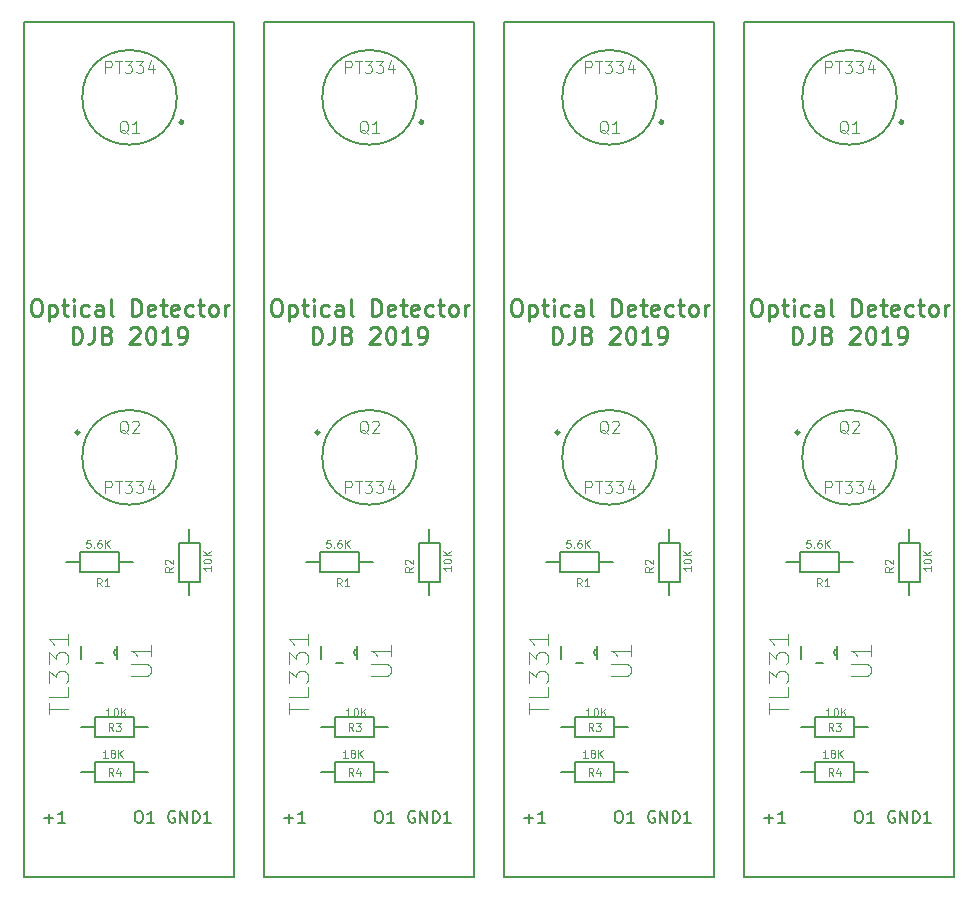
<source format=gbr>
G04 #@! TF.GenerationSoftware,KiCad,Pcbnew,5.1.5-52549c5~86~ubuntu16.04.1*
G04 #@! TF.CreationDate,2020-04-18T11:50:37-06:00*
G04 #@! TF.ProjectId,M_OpDetect,4d5f4f70-4465-4746-9563-742e6b696361,rev?*
G04 #@! TF.SameCoordinates,Original*
G04 #@! TF.FileFunction,Legend,Top*
G04 #@! TF.FilePolarity,Positive*
%FSLAX46Y46*%
G04 Gerber Fmt 4.6, Leading zero omitted, Abs format (unit mm)*
G04 Created by KiCad (PCBNEW 5.1.5-52549c5~86~ubuntu16.04.1) date 2020-04-18 11:50:37*
%MOMM*%
%LPD*%
G04 APERTURE LIST*
%ADD10C,0.250000*%
%ADD11C,0.200000*%
%ADD12C,0.127000*%
%ADD13C,0.300000*%
%ADD14C,0.152400*%
%ADD15C,0.050000*%
%ADD16C,0.150000*%
G04 APERTURE END LIST*
D10*
X131700000Y-75528333D02*
X131966666Y-75528333D01*
X132100000Y-75595000D01*
X132233333Y-75728333D01*
X132300000Y-75995000D01*
X132300000Y-76461666D01*
X132233333Y-76728333D01*
X132100000Y-76861666D01*
X131966666Y-76928333D01*
X131700000Y-76928333D01*
X131566666Y-76861666D01*
X131433333Y-76728333D01*
X131366666Y-76461666D01*
X131366666Y-75995000D01*
X131433333Y-75728333D01*
X131566666Y-75595000D01*
X131700000Y-75528333D01*
X132900000Y-75995000D02*
X132900000Y-77395000D01*
X132900000Y-76061666D02*
X133033333Y-75995000D01*
X133300000Y-75995000D01*
X133433333Y-76061666D01*
X133500000Y-76128333D01*
X133566666Y-76261666D01*
X133566666Y-76661666D01*
X133500000Y-76795000D01*
X133433333Y-76861666D01*
X133300000Y-76928333D01*
X133033333Y-76928333D01*
X132900000Y-76861666D01*
X133966666Y-75995000D02*
X134500000Y-75995000D01*
X134166666Y-75528333D02*
X134166666Y-76728333D01*
X134233333Y-76861666D01*
X134366666Y-76928333D01*
X134500000Y-76928333D01*
X134966666Y-76928333D02*
X134966666Y-75995000D01*
X134966666Y-75528333D02*
X134900000Y-75595000D01*
X134966666Y-75661666D01*
X135033333Y-75595000D01*
X134966666Y-75528333D01*
X134966666Y-75661666D01*
X136233333Y-76861666D02*
X136100000Y-76928333D01*
X135833333Y-76928333D01*
X135700000Y-76861666D01*
X135633333Y-76795000D01*
X135566666Y-76661666D01*
X135566666Y-76261666D01*
X135633333Y-76128333D01*
X135700000Y-76061666D01*
X135833333Y-75995000D01*
X136100000Y-75995000D01*
X136233333Y-76061666D01*
X137433333Y-76928333D02*
X137433333Y-76195000D01*
X137366666Y-76061666D01*
X137233333Y-75995000D01*
X136966666Y-75995000D01*
X136833333Y-76061666D01*
X137433333Y-76861666D02*
X137300000Y-76928333D01*
X136966666Y-76928333D01*
X136833333Y-76861666D01*
X136766666Y-76728333D01*
X136766666Y-76595000D01*
X136833333Y-76461666D01*
X136966666Y-76395000D01*
X137300000Y-76395000D01*
X137433333Y-76328333D01*
X138300000Y-76928333D02*
X138166666Y-76861666D01*
X138100000Y-76728333D01*
X138100000Y-75528333D01*
X139900000Y-76928333D02*
X139900000Y-75528333D01*
X140233333Y-75528333D01*
X140433333Y-75595000D01*
X140566666Y-75728333D01*
X140633333Y-75861666D01*
X140700000Y-76128333D01*
X140700000Y-76328333D01*
X140633333Y-76595000D01*
X140566666Y-76728333D01*
X140433333Y-76861666D01*
X140233333Y-76928333D01*
X139900000Y-76928333D01*
X141833333Y-76861666D02*
X141700000Y-76928333D01*
X141433333Y-76928333D01*
X141300000Y-76861666D01*
X141233333Y-76728333D01*
X141233333Y-76195000D01*
X141300000Y-76061666D01*
X141433333Y-75995000D01*
X141700000Y-75995000D01*
X141833333Y-76061666D01*
X141900000Y-76195000D01*
X141900000Y-76328333D01*
X141233333Y-76461666D01*
X142300000Y-75995000D02*
X142833333Y-75995000D01*
X142500000Y-75528333D02*
X142500000Y-76728333D01*
X142566666Y-76861666D01*
X142700000Y-76928333D01*
X142833333Y-76928333D01*
X143833333Y-76861666D02*
X143700000Y-76928333D01*
X143433333Y-76928333D01*
X143300000Y-76861666D01*
X143233333Y-76728333D01*
X143233333Y-76195000D01*
X143300000Y-76061666D01*
X143433333Y-75995000D01*
X143700000Y-75995000D01*
X143833333Y-76061666D01*
X143900000Y-76195000D01*
X143900000Y-76328333D01*
X143233333Y-76461666D01*
X145100000Y-76861666D02*
X144966666Y-76928333D01*
X144700000Y-76928333D01*
X144566666Y-76861666D01*
X144500000Y-76795000D01*
X144433333Y-76661666D01*
X144433333Y-76261666D01*
X144500000Y-76128333D01*
X144566666Y-76061666D01*
X144700000Y-75995000D01*
X144966666Y-75995000D01*
X145100000Y-76061666D01*
X145500000Y-75995000D02*
X146033333Y-75995000D01*
X145700000Y-75528333D02*
X145700000Y-76728333D01*
X145766666Y-76861666D01*
X145900000Y-76928333D01*
X146033333Y-76928333D01*
X146700000Y-76928333D02*
X146566666Y-76861666D01*
X146500000Y-76795000D01*
X146433333Y-76661666D01*
X146433333Y-76261666D01*
X146500000Y-76128333D01*
X146566666Y-76061666D01*
X146700000Y-75995000D01*
X146900000Y-75995000D01*
X147033333Y-76061666D01*
X147100000Y-76128333D01*
X147166666Y-76261666D01*
X147166666Y-76661666D01*
X147100000Y-76795000D01*
X147033333Y-76861666D01*
X146900000Y-76928333D01*
X146700000Y-76928333D01*
X147766666Y-76928333D02*
X147766666Y-75995000D01*
X147766666Y-76261666D02*
X147833333Y-76128333D01*
X147900000Y-76061666D01*
X148033333Y-75995000D01*
X148166666Y-75995000D01*
X134900000Y-79278333D02*
X134900000Y-77878333D01*
X135233333Y-77878333D01*
X135433333Y-77945000D01*
X135566666Y-78078333D01*
X135633333Y-78211666D01*
X135700000Y-78478333D01*
X135700000Y-78678333D01*
X135633333Y-78945000D01*
X135566666Y-79078333D01*
X135433333Y-79211666D01*
X135233333Y-79278333D01*
X134900000Y-79278333D01*
X136700000Y-77878333D02*
X136700000Y-78878333D01*
X136633333Y-79078333D01*
X136500000Y-79211666D01*
X136300000Y-79278333D01*
X136166666Y-79278333D01*
X137833333Y-78545000D02*
X138033333Y-78611666D01*
X138100000Y-78678333D01*
X138166666Y-78811666D01*
X138166666Y-79011666D01*
X138100000Y-79145000D01*
X138033333Y-79211666D01*
X137900000Y-79278333D01*
X137366666Y-79278333D01*
X137366666Y-77878333D01*
X137833333Y-77878333D01*
X137966666Y-77945000D01*
X138033333Y-78011666D01*
X138100000Y-78145000D01*
X138100000Y-78278333D01*
X138033333Y-78411666D01*
X137966666Y-78478333D01*
X137833333Y-78545000D01*
X137366666Y-78545000D01*
X139766666Y-78011666D02*
X139833333Y-77945000D01*
X139966666Y-77878333D01*
X140300000Y-77878333D01*
X140433333Y-77945000D01*
X140500000Y-78011666D01*
X140566666Y-78145000D01*
X140566666Y-78278333D01*
X140500000Y-78478333D01*
X139700000Y-79278333D01*
X140566666Y-79278333D01*
X141433333Y-77878333D02*
X141566666Y-77878333D01*
X141700000Y-77945000D01*
X141766666Y-78011666D01*
X141833333Y-78145000D01*
X141900000Y-78411666D01*
X141900000Y-78745000D01*
X141833333Y-79011666D01*
X141766666Y-79145000D01*
X141700000Y-79211666D01*
X141566666Y-79278333D01*
X141433333Y-79278333D01*
X141300000Y-79211666D01*
X141233333Y-79145000D01*
X141166666Y-79011666D01*
X141100000Y-78745000D01*
X141100000Y-78411666D01*
X141166666Y-78145000D01*
X141233333Y-78011666D01*
X141300000Y-77945000D01*
X141433333Y-77878333D01*
X143233333Y-79278333D02*
X142433333Y-79278333D01*
X142833333Y-79278333D02*
X142833333Y-77878333D01*
X142700000Y-78078333D01*
X142566666Y-78211666D01*
X142433333Y-78278333D01*
X143900000Y-79278333D02*
X144166666Y-79278333D01*
X144300000Y-79211666D01*
X144366666Y-79145000D01*
X144500000Y-78945000D01*
X144566666Y-78678333D01*
X144566666Y-78145000D01*
X144500000Y-78011666D01*
X144433333Y-77945000D01*
X144300000Y-77878333D01*
X144033333Y-77878333D01*
X143900000Y-77945000D01*
X143833333Y-78011666D01*
X143766666Y-78145000D01*
X143766666Y-78478333D01*
X143833333Y-78611666D01*
X143900000Y-78678333D01*
X144033333Y-78745000D01*
X144300000Y-78745000D01*
X144433333Y-78678333D01*
X144500000Y-78611666D01*
X144566666Y-78478333D01*
D11*
X130810000Y-52070000D02*
X148590000Y-52070000D01*
X148590000Y-52070000D02*
X148590000Y-124460000D01*
X148590000Y-124460000D02*
X130810000Y-124460000D01*
X130810000Y-124460000D02*
X130810000Y-52070000D01*
D10*
X152020000Y-75528333D02*
X152286666Y-75528333D01*
X152420000Y-75595000D01*
X152553333Y-75728333D01*
X152620000Y-75995000D01*
X152620000Y-76461666D01*
X152553333Y-76728333D01*
X152420000Y-76861666D01*
X152286666Y-76928333D01*
X152020000Y-76928333D01*
X151886666Y-76861666D01*
X151753333Y-76728333D01*
X151686666Y-76461666D01*
X151686666Y-75995000D01*
X151753333Y-75728333D01*
X151886666Y-75595000D01*
X152020000Y-75528333D01*
X153220000Y-75995000D02*
X153220000Y-77395000D01*
X153220000Y-76061666D02*
X153353333Y-75995000D01*
X153620000Y-75995000D01*
X153753333Y-76061666D01*
X153820000Y-76128333D01*
X153886666Y-76261666D01*
X153886666Y-76661666D01*
X153820000Y-76795000D01*
X153753333Y-76861666D01*
X153620000Y-76928333D01*
X153353333Y-76928333D01*
X153220000Y-76861666D01*
X154286666Y-75995000D02*
X154820000Y-75995000D01*
X154486666Y-75528333D02*
X154486666Y-76728333D01*
X154553333Y-76861666D01*
X154686666Y-76928333D01*
X154820000Y-76928333D01*
X155286666Y-76928333D02*
X155286666Y-75995000D01*
X155286666Y-75528333D02*
X155220000Y-75595000D01*
X155286666Y-75661666D01*
X155353333Y-75595000D01*
X155286666Y-75528333D01*
X155286666Y-75661666D01*
X156553333Y-76861666D02*
X156420000Y-76928333D01*
X156153333Y-76928333D01*
X156020000Y-76861666D01*
X155953333Y-76795000D01*
X155886666Y-76661666D01*
X155886666Y-76261666D01*
X155953333Y-76128333D01*
X156020000Y-76061666D01*
X156153333Y-75995000D01*
X156420000Y-75995000D01*
X156553333Y-76061666D01*
X157753333Y-76928333D02*
X157753333Y-76195000D01*
X157686666Y-76061666D01*
X157553333Y-75995000D01*
X157286666Y-75995000D01*
X157153333Y-76061666D01*
X157753333Y-76861666D02*
X157620000Y-76928333D01*
X157286666Y-76928333D01*
X157153333Y-76861666D01*
X157086666Y-76728333D01*
X157086666Y-76595000D01*
X157153333Y-76461666D01*
X157286666Y-76395000D01*
X157620000Y-76395000D01*
X157753333Y-76328333D01*
X158620000Y-76928333D02*
X158486666Y-76861666D01*
X158420000Y-76728333D01*
X158420000Y-75528333D01*
X160220000Y-76928333D02*
X160220000Y-75528333D01*
X160553333Y-75528333D01*
X160753333Y-75595000D01*
X160886666Y-75728333D01*
X160953333Y-75861666D01*
X161020000Y-76128333D01*
X161020000Y-76328333D01*
X160953333Y-76595000D01*
X160886666Y-76728333D01*
X160753333Y-76861666D01*
X160553333Y-76928333D01*
X160220000Y-76928333D01*
X162153333Y-76861666D02*
X162020000Y-76928333D01*
X161753333Y-76928333D01*
X161620000Y-76861666D01*
X161553333Y-76728333D01*
X161553333Y-76195000D01*
X161620000Y-76061666D01*
X161753333Y-75995000D01*
X162020000Y-75995000D01*
X162153333Y-76061666D01*
X162220000Y-76195000D01*
X162220000Y-76328333D01*
X161553333Y-76461666D01*
X162620000Y-75995000D02*
X163153333Y-75995000D01*
X162820000Y-75528333D02*
X162820000Y-76728333D01*
X162886666Y-76861666D01*
X163020000Y-76928333D01*
X163153333Y-76928333D01*
X164153333Y-76861666D02*
X164020000Y-76928333D01*
X163753333Y-76928333D01*
X163620000Y-76861666D01*
X163553333Y-76728333D01*
X163553333Y-76195000D01*
X163620000Y-76061666D01*
X163753333Y-75995000D01*
X164020000Y-75995000D01*
X164153333Y-76061666D01*
X164220000Y-76195000D01*
X164220000Y-76328333D01*
X163553333Y-76461666D01*
X165420000Y-76861666D02*
X165286666Y-76928333D01*
X165020000Y-76928333D01*
X164886666Y-76861666D01*
X164820000Y-76795000D01*
X164753333Y-76661666D01*
X164753333Y-76261666D01*
X164820000Y-76128333D01*
X164886666Y-76061666D01*
X165020000Y-75995000D01*
X165286666Y-75995000D01*
X165420000Y-76061666D01*
X165820000Y-75995000D02*
X166353333Y-75995000D01*
X166020000Y-75528333D02*
X166020000Y-76728333D01*
X166086666Y-76861666D01*
X166220000Y-76928333D01*
X166353333Y-76928333D01*
X167020000Y-76928333D02*
X166886666Y-76861666D01*
X166820000Y-76795000D01*
X166753333Y-76661666D01*
X166753333Y-76261666D01*
X166820000Y-76128333D01*
X166886666Y-76061666D01*
X167020000Y-75995000D01*
X167220000Y-75995000D01*
X167353333Y-76061666D01*
X167420000Y-76128333D01*
X167486666Y-76261666D01*
X167486666Y-76661666D01*
X167420000Y-76795000D01*
X167353333Y-76861666D01*
X167220000Y-76928333D01*
X167020000Y-76928333D01*
X168086666Y-76928333D02*
X168086666Y-75995000D01*
X168086666Y-76261666D02*
X168153333Y-76128333D01*
X168220000Y-76061666D01*
X168353333Y-75995000D01*
X168486666Y-75995000D01*
X155220000Y-79278333D02*
X155220000Y-77878333D01*
X155553333Y-77878333D01*
X155753333Y-77945000D01*
X155886666Y-78078333D01*
X155953333Y-78211666D01*
X156020000Y-78478333D01*
X156020000Y-78678333D01*
X155953333Y-78945000D01*
X155886666Y-79078333D01*
X155753333Y-79211666D01*
X155553333Y-79278333D01*
X155220000Y-79278333D01*
X157020000Y-77878333D02*
X157020000Y-78878333D01*
X156953333Y-79078333D01*
X156820000Y-79211666D01*
X156620000Y-79278333D01*
X156486666Y-79278333D01*
X158153333Y-78545000D02*
X158353333Y-78611666D01*
X158420000Y-78678333D01*
X158486666Y-78811666D01*
X158486666Y-79011666D01*
X158420000Y-79145000D01*
X158353333Y-79211666D01*
X158220000Y-79278333D01*
X157686666Y-79278333D01*
X157686666Y-77878333D01*
X158153333Y-77878333D01*
X158286666Y-77945000D01*
X158353333Y-78011666D01*
X158420000Y-78145000D01*
X158420000Y-78278333D01*
X158353333Y-78411666D01*
X158286666Y-78478333D01*
X158153333Y-78545000D01*
X157686666Y-78545000D01*
X160086666Y-78011666D02*
X160153333Y-77945000D01*
X160286666Y-77878333D01*
X160620000Y-77878333D01*
X160753333Y-77945000D01*
X160820000Y-78011666D01*
X160886666Y-78145000D01*
X160886666Y-78278333D01*
X160820000Y-78478333D01*
X160020000Y-79278333D01*
X160886666Y-79278333D01*
X161753333Y-77878333D02*
X161886666Y-77878333D01*
X162020000Y-77945000D01*
X162086666Y-78011666D01*
X162153333Y-78145000D01*
X162220000Y-78411666D01*
X162220000Y-78745000D01*
X162153333Y-79011666D01*
X162086666Y-79145000D01*
X162020000Y-79211666D01*
X161886666Y-79278333D01*
X161753333Y-79278333D01*
X161620000Y-79211666D01*
X161553333Y-79145000D01*
X161486666Y-79011666D01*
X161420000Y-78745000D01*
X161420000Y-78411666D01*
X161486666Y-78145000D01*
X161553333Y-78011666D01*
X161620000Y-77945000D01*
X161753333Y-77878333D01*
X163553333Y-79278333D02*
X162753333Y-79278333D01*
X163153333Y-79278333D02*
X163153333Y-77878333D01*
X163020000Y-78078333D01*
X162886666Y-78211666D01*
X162753333Y-78278333D01*
X164220000Y-79278333D02*
X164486666Y-79278333D01*
X164620000Y-79211666D01*
X164686666Y-79145000D01*
X164820000Y-78945000D01*
X164886666Y-78678333D01*
X164886666Y-78145000D01*
X164820000Y-78011666D01*
X164753333Y-77945000D01*
X164620000Y-77878333D01*
X164353333Y-77878333D01*
X164220000Y-77945000D01*
X164153333Y-78011666D01*
X164086666Y-78145000D01*
X164086666Y-78478333D01*
X164153333Y-78611666D01*
X164220000Y-78678333D01*
X164353333Y-78745000D01*
X164620000Y-78745000D01*
X164753333Y-78678333D01*
X164820000Y-78611666D01*
X164886666Y-78478333D01*
D11*
X151130000Y-52070000D02*
X168910000Y-52070000D01*
X168910000Y-52070000D02*
X168910000Y-124460000D01*
X168910000Y-124460000D02*
X151130000Y-124460000D01*
X151130000Y-124460000D02*
X151130000Y-52070000D01*
D10*
X172340000Y-75528333D02*
X172606666Y-75528333D01*
X172740000Y-75595000D01*
X172873333Y-75728333D01*
X172940000Y-75995000D01*
X172940000Y-76461666D01*
X172873333Y-76728333D01*
X172740000Y-76861666D01*
X172606666Y-76928333D01*
X172340000Y-76928333D01*
X172206666Y-76861666D01*
X172073333Y-76728333D01*
X172006666Y-76461666D01*
X172006666Y-75995000D01*
X172073333Y-75728333D01*
X172206666Y-75595000D01*
X172340000Y-75528333D01*
X173540000Y-75995000D02*
X173540000Y-77395000D01*
X173540000Y-76061666D02*
X173673333Y-75995000D01*
X173940000Y-75995000D01*
X174073333Y-76061666D01*
X174140000Y-76128333D01*
X174206666Y-76261666D01*
X174206666Y-76661666D01*
X174140000Y-76795000D01*
X174073333Y-76861666D01*
X173940000Y-76928333D01*
X173673333Y-76928333D01*
X173540000Y-76861666D01*
X174606666Y-75995000D02*
X175140000Y-75995000D01*
X174806666Y-75528333D02*
X174806666Y-76728333D01*
X174873333Y-76861666D01*
X175006666Y-76928333D01*
X175140000Y-76928333D01*
X175606666Y-76928333D02*
X175606666Y-75995000D01*
X175606666Y-75528333D02*
X175540000Y-75595000D01*
X175606666Y-75661666D01*
X175673333Y-75595000D01*
X175606666Y-75528333D01*
X175606666Y-75661666D01*
X176873333Y-76861666D02*
X176740000Y-76928333D01*
X176473333Y-76928333D01*
X176340000Y-76861666D01*
X176273333Y-76795000D01*
X176206666Y-76661666D01*
X176206666Y-76261666D01*
X176273333Y-76128333D01*
X176340000Y-76061666D01*
X176473333Y-75995000D01*
X176740000Y-75995000D01*
X176873333Y-76061666D01*
X178073333Y-76928333D02*
X178073333Y-76195000D01*
X178006666Y-76061666D01*
X177873333Y-75995000D01*
X177606666Y-75995000D01*
X177473333Y-76061666D01*
X178073333Y-76861666D02*
X177940000Y-76928333D01*
X177606666Y-76928333D01*
X177473333Y-76861666D01*
X177406666Y-76728333D01*
X177406666Y-76595000D01*
X177473333Y-76461666D01*
X177606666Y-76395000D01*
X177940000Y-76395000D01*
X178073333Y-76328333D01*
X178940000Y-76928333D02*
X178806666Y-76861666D01*
X178740000Y-76728333D01*
X178740000Y-75528333D01*
X180540000Y-76928333D02*
X180540000Y-75528333D01*
X180873333Y-75528333D01*
X181073333Y-75595000D01*
X181206666Y-75728333D01*
X181273333Y-75861666D01*
X181340000Y-76128333D01*
X181340000Y-76328333D01*
X181273333Y-76595000D01*
X181206666Y-76728333D01*
X181073333Y-76861666D01*
X180873333Y-76928333D01*
X180540000Y-76928333D01*
X182473333Y-76861666D02*
X182340000Y-76928333D01*
X182073333Y-76928333D01*
X181940000Y-76861666D01*
X181873333Y-76728333D01*
X181873333Y-76195000D01*
X181940000Y-76061666D01*
X182073333Y-75995000D01*
X182340000Y-75995000D01*
X182473333Y-76061666D01*
X182540000Y-76195000D01*
X182540000Y-76328333D01*
X181873333Y-76461666D01*
X182940000Y-75995000D02*
X183473333Y-75995000D01*
X183140000Y-75528333D02*
X183140000Y-76728333D01*
X183206666Y-76861666D01*
X183340000Y-76928333D01*
X183473333Y-76928333D01*
X184473333Y-76861666D02*
X184340000Y-76928333D01*
X184073333Y-76928333D01*
X183940000Y-76861666D01*
X183873333Y-76728333D01*
X183873333Y-76195000D01*
X183940000Y-76061666D01*
X184073333Y-75995000D01*
X184340000Y-75995000D01*
X184473333Y-76061666D01*
X184540000Y-76195000D01*
X184540000Y-76328333D01*
X183873333Y-76461666D01*
X185740000Y-76861666D02*
X185606666Y-76928333D01*
X185340000Y-76928333D01*
X185206666Y-76861666D01*
X185140000Y-76795000D01*
X185073333Y-76661666D01*
X185073333Y-76261666D01*
X185140000Y-76128333D01*
X185206666Y-76061666D01*
X185340000Y-75995000D01*
X185606666Y-75995000D01*
X185740000Y-76061666D01*
X186140000Y-75995000D02*
X186673333Y-75995000D01*
X186340000Y-75528333D02*
X186340000Y-76728333D01*
X186406666Y-76861666D01*
X186540000Y-76928333D01*
X186673333Y-76928333D01*
X187340000Y-76928333D02*
X187206666Y-76861666D01*
X187140000Y-76795000D01*
X187073333Y-76661666D01*
X187073333Y-76261666D01*
X187140000Y-76128333D01*
X187206666Y-76061666D01*
X187340000Y-75995000D01*
X187540000Y-75995000D01*
X187673333Y-76061666D01*
X187740000Y-76128333D01*
X187806666Y-76261666D01*
X187806666Y-76661666D01*
X187740000Y-76795000D01*
X187673333Y-76861666D01*
X187540000Y-76928333D01*
X187340000Y-76928333D01*
X188406666Y-76928333D02*
X188406666Y-75995000D01*
X188406666Y-76261666D02*
X188473333Y-76128333D01*
X188540000Y-76061666D01*
X188673333Y-75995000D01*
X188806666Y-75995000D01*
X175540000Y-79278333D02*
X175540000Y-77878333D01*
X175873333Y-77878333D01*
X176073333Y-77945000D01*
X176206666Y-78078333D01*
X176273333Y-78211666D01*
X176340000Y-78478333D01*
X176340000Y-78678333D01*
X176273333Y-78945000D01*
X176206666Y-79078333D01*
X176073333Y-79211666D01*
X175873333Y-79278333D01*
X175540000Y-79278333D01*
X177340000Y-77878333D02*
X177340000Y-78878333D01*
X177273333Y-79078333D01*
X177140000Y-79211666D01*
X176940000Y-79278333D01*
X176806666Y-79278333D01*
X178473333Y-78545000D02*
X178673333Y-78611666D01*
X178740000Y-78678333D01*
X178806666Y-78811666D01*
X178806666Y-79011666D01*
X178740000Y-79145000D01*
X178673333Y-79211666D01*
X178540000Y-79278333D01*
X178006666Y-79278333D01*
X178006666Y-77878333D01*
X178473333Y-77878333D01*
X178606666Y-77945000D01*
X178673333Y-78011666D01*
X178740000Y-78145000D01*
X178740000Y-78278333D01*
X178673333Y-78411666D01*
X178606666Y-78478333D01*
X178473333Y-78545000D01*
X178006666Y-78545000D01*
X180406666Y-78011666D02*
X180473333Y-77945000D01*
X180606666Y-77878333D01*
X180940000Y-77878333D01*
X181073333Y-77945000D01*
X181140000Y-78011666D01*
X181206666Y-78145000D01*
X181206666Y-78278333D01*
X181140000Y-78478333D01*
X180340000Y-79278333D01*
X181206666Y-79278333D01*
X182073333Y-77878333D02*
X182206666Y-77878333D01*
X182340000Y-77945000D01*
X182406666Y-78011666D01*
X182473333Y-78145000D01*
X182540000Y-78411666D01*
X182540000Y-78745000D01*
X182473333Y-79011666D01*
X182406666Y-79145000D01*
X182340000Y-79211666D01*
X182206666Y-79278333D01*
X182073333Y-79278333D01*
X181940000Y-79211666D01*
X181873333Y-79145000D01*
X181806666Y-79011666D01*
X181740000Y-78745000D01*
X181740000Y-78411666D01*
X181806666Y-78145000D01*
X181873333Y-78011666D01*
X181940000Y-77945000D01*
X182073333Y-77878333D01*
X183873333Y-79278333D02*
X183073333Y-79278333D01*
X183473333Y-79278333D02*
X183473333Y-77878333D01*
X183340000Y-78078333D01*
X183206666Y-78211666D01*
X183073333Y-78278333D01*
X184540000Y-79278333D02*
X184806666Y-79278333D01*
X184940000Y-79211666D01*
X185006666Y-79145000D01*
X185140000Y-78945000D01*
X185206666Y-78678333D01*
X185206666Y-78145000D01*
X185140000Y-78011666D01*
X185073333Y-77945000D01*
X184940000Y-77878333D01*
X184673333Y-77878333D01*
X184540000Y-77945000D01*
X184473333Y-78011666D01*
X184406666Y-78145000D01*
X184406666Y-78478333D01*
X184473333Y-78611666D01*
X184540000Y-78678333D01*
X184673333Y-78745000D01*
X184940000Y-78745000D01*
X185073333Y-78678333D01*
X185140000Y-78611666D01*
X185206666Y-78478333D01*
D11*
X171450000Y-52070000D02*
X189230000Y-52070000D01*
X189230000Y-52070000D02*
X189230000Y-124460000D01*
X189230000Y-124460000D02*
X171450000Y-124460000D01*
X171450000Y-124460000D02*
X171450000Y-52070000D01*
D10*
X192660000Y-75528333D02*
X192926666Y-75528333D01*
X193060000Y-75595000D01*
X193193333Y-75728333D01*
X193260000Y-75995000D01*
X193260000Y-76461666D01*
X193193333Y-76728333D01*
X193060000Y-76861666D01*
X192926666Y-76928333D01*
X192660000Y-76928333D01*
X192526666Y-76861666D01*
X192393333Y-76728333D01*
X192326666Y-76461666D01*
X192326666Y-75995000D01*
X192393333Y-75728333D01*
X192526666Y-75595000D01*
X192660000Y-75528333D01*
X193860000Y-75995000D02*
X193860000Y-77395000D01*
X193860000Y-76061666D02*
X193993333Y-75995000D01*
X194260000Y-75995000D01*
X194393333Y-76061666D01*
X194460000Y-76128333D01*
X194526666Y-76261666D01*
X194526666Y-76661666D01*
X194460000Y-76795000D01*
X194393333Y-76861666D01*
X194260000Y-76928333D01*
X193993333Y-76928333D01*
X193860000Y-76861666D01*
X194926666Y-75995000D02*
X195460000Y-75995000D01*
X195126666Y-75528333D02*
X195126666Y-76728333D01*
X195193333Y-76861666D01*
X195326666Y-76928333D01*
X195460000Y-76928333D01*
X195926666Y-76928333D02*
X195926666Y-75995000D01*
X195926666Y-75528333D02*
X195860000Y-75595000D01*
X195926666Y-75661666D01*
X195993333Y-75595000D01*
X195926666Y-75528333D01*
X195926666Y-75661666D01*
X197193333Y-76861666D02*
X197060000Y-76928333D01*
X196793333Y-76928333D01*
X196660000Y-76861666D01*
X196593333Y-76795000D01*
X196526666Y-76661666D01*
X196526666Y-76261666D01*
X196593333Y-76128333D01*
X196660000Y-76061666D01*
X196793333Y-75995000D01*
X197060000Y-75995000D01*
X197193333Y-76061666D01*
X198393333Y-76928333D02*
X198393333Y-76195000D01*
X198326666Y-76061666D01*
X198193333Y-75995000D01*
X197926666Y-75995000D01*
X197793333Y-76061666D01*
X198393333Y-76861666D02*
X198260000Y-76928333D01*
X197926666Y-76928333D01*
X197793333Y-76861666D01*
X197726666Y-76728333D01*
X197726666Y-76595000D01*
X197793333Y-76461666D01*
X197926666Y-76395000D01*
X198260000Y-76395000D01*
X198393333Y-76328333D01*
X199260000Y-76928333D02*
X199126666Y-76861666D01*
X199060000Y-76728333D01*
X199060000Y-75528333D01*
X200860000Y-76928333D02*
X200860000Y-75528333D01*
X201193333Y-75528333D01*
X201393333Y-75595000D01*
X201526666Y-75728333D01*
X201593333Y-75861666D01*
X201660000Y-76128333D01*
X201660000Y-76328333D01*
X201593333Y-76595000D01*
X201526666Y-76728333D01*
X201393333Y-76861666D01*
X201193333Y-76928333D01*
X200860000Y-76928333D01*
X202793333Y-76861666D02*
X202660000Y-76928333D01*
X202393333Y-76928333D01*
X202260000Y-76861666D01*
X202193333Y-76728333D01*
X202193333Y-76195000D01*
X202260000Y-76061666D01*
X202393333Y-75995000D01*
X202660000Y-75995000D01*
X202793333Y-76061666D01*
X202860000Y-76195000D01*
X202860000Y-76328333D01*
X202193333Y-76461666D01*
X203260000Y-75995000D02*
X203793333Y-75995000D01*
X203460000Y-75528333D02*
X203460000Y-76728333D01*
X203526666Y-76861666D01*
X203660000Y-76928333D01*
X203793333Y-76928333D01*
X204793333Y-76861666D02*
X204660000Y-76928333D01*
X204393333Y-76928333D01*
X204260000Y-76861666D01*
X204193333Y-76728333D01*
X204193333Y-76195000D01*
X204260000Y-76061666D01*
X204393333Y-75995000D01*
X204660000Y-75995000D01*
X204793333Y-76061666D01*
X204860000Y-76195000D01*
X204860000Y-76328333D01*
X204193333Y-76461666D01*
X206060000Y-76861666D02*
X205926666Y-76928333D01*
X205660000Y-76928333D01*
X205526666Y-76861666D01*
X205460000Y-76795000D01*
X205393333Y-76661666D01*
X205393333Y-76261666D01*
X205460000Y-76128333D01*
X205526666Y-76061666D01*
X205660000Y-75995000D01*
X205926666Y-75995000D01*
X206060000Y-76061666D01*
X206460000Y-75995000D02*
X206993333Y-75995000D01*
X206660000Y-75528333D02*
X206660000Y-76728333D01*
X206726666Y-76861666D01*
X206860000Y-76928333D01*
X206993333Y-76928333D01*
X207660000Y-76928333D02*
X207526666Y-76861666D01*
X207460000Y-76795000D01*
X207393333Y-76661666D01*
X207393333Y-76261666D01*
X207460000Y-76128333D01*
X207526666Y-76061666D01*
X207660000Y-75995000D01*
X207860000Y-75995000D01*
X207993333Y-76061666D01*
X208060000Y-76128333D01*
X208126666Y-76261666D01*
X208126666Y-76661666D01*
X208060000Y-76795000D01*
X207993333Y-76861666D01*
X207860000Y-76928333D01*
X207660000Y-76928333D01*
X208726666Y-76928333D02*
X208726666Y-75995000D01*
X208726666Y-76261666D02*
X208793333Y-76128333D01*
X208860000Y-76061666D01*
X208993333Y-75995000D01*
X209126666Y-75995000D01*
X195860000Y-79278333D02*
X195860000Y-77878333D01*
X196193333Y-77878333D01*
X196393333Y-77945000D01*
X196526666Y-78078333D01*
X196593333Y-78211666D01*
X196660000Y-78478333D01*
X196660000Y-78678333D01*
X196593333Y-78945000D01*
X196526666Y-79078333D01*
X196393333Y-79211666D01*
X196193333Y-79278333D01*
X195860000Y-79278333D01*
X197660000Y-77878333D02*
X197660000Y-78878333D01*
X197593333Y-79078333D01*
X197460000Y-79211666D01*
X197260000Y-79278333D01*
X197126666Y-79278333D01*
X198793333Y-78545000D02*
X198993333Y-78611666D01*
X199060000Y-78678333D01*
X199126666Y-78811666D01*
X199126666Y-79011666D01*
X199060000Y-79145000D01*
X198993333Y-79211666D01*
X198860000Y-79278333D01*
X198326666Y-79278333D01*
X198326666Y-77878333D01*
X198793333Y-77878333D01*
X198926666Y-77945000D01*
X198993333Y-78011666D01*
X199060000Y-78145000D01*
X199060000Y-78278333D01*
X198993333Y-78411666D01*
X198926666Y-78478333D01*
X198793333Y-78545000D01*
X198326666Y-78545000D01*
X200726666Y-78011666D02*
X200793333Y-77945000D01*
X200926666Y-77878333D01*
X201260000Y-77878333D01*
X201393333Y-77945000D01*
X201460000Y-78011666D01*
X201526666Y-78145000D01*
X201526666Y-78278333D01*
X201460000Y-78478333D01*
X200660000Y-79278333D01*
X201526666Y-79278333D01*
X202393333Y-77878333D02*
X202526666Y-77878333D01*
X202660000Y-77945000D01*
X202726666Y-78011666D01*
X202793333Y-78145000D01*
X202860000Y-78411666D01*
X202860000Y-78745000D01*
X202793333Y-79011666D01*
X202726666Y-79145000D01*
X202660000Y-79211666D01*
X202526666Y-79278333D01*
X202393333Y-79278333D01*
X202260000Y-79211666D01*
X202193333Y-79145000D01*
X202126666Y-79011666D01*
X202060000Y-78745000D01*
X202060000Y-78411666D01*
X202126666Y-78145000D01*
X202193333Y-78011666D01*
X202260000Y-77945000D01*
X202393333Y-77878333D01*
X204193333Y-79278333D02*
X203393333Y-79278333D01*
X203793333Y-79278333D02*
X203793333Y-77878333D01*
X203660000Y-78078333D01*
X203526666Y-78211666D01*
X203393333Y-78278333D01*
X204860000Y-79278333D02*
X205126666Y-79278333D01*
X205260000Y-79211666D01*
X205326666Y-79145000D01*
X205460000Y-78945000D01*
X205526666Y-78678333D01*
X205526666Y-78145000D01*
X205460000Y-78011666D01*
X205393333Y-77945000D01*
X205260000Y-77878333D01*
X204993333Y-77878333D01*
X204860000Y-77945000D01*
X204793333Y-78011666D01*
X204726666Y-78145000D01*
X204726666Y-78478333D01*
X204793333Y-78611666D01*
X204860000Y-78678333D01*
X204993333Y-78745000D01*
X205260000Y-78745000D01*
X205393333Y-78678333D01*
X205460000Y-78611666D01*
X205526666Y-78478333D01*
D11*
X191770000Y-52070000D02*
X209550000Y-52070000D01*
X209550000Y-52070000D02*
X209550000Y-124460000D01*
X209550000Y-124460000D02*
X191770000Y-124460000D01*
X191770000Y-124460000D02*
X191770000Y-52070000D01*
D12*
X143930000Y-99440000D02*
X143930000Y-96140000D01*
X143930000Y-96140000D02*
X144780000Y-96140000D01*
X144780000Y-96140000D02*
X145630000Y-96140000D01*
X145630000Y-96140000D02*
X145630000Y-99440000D01*
X145630000Y-99440000D02*
X144780000Y-99440000D01*
X144780000Y-99440000D02*
X143930000Y-99440000D01*
X144780000Y-99440000D02*
X144780000Y-100590000D01*
X144780000Y-96140000D02*
X144780000Y-94990000D01*
X136780000Y-110910000D02*
X140080000Y-110910000D01*
X140080000Y-110910000D02*
X140080000Y-111760000D01*
X140080000Y-111760000D02*
X140080000Y-112610000D01*
X140080000Y-112610000D02*
X136780000Y-112610000D01*
X136780000Y-112610000D02*
X136780000Y-111760000D01*
X136780000Y-111760000D02*
X136780000Y-110910000D01*
X136780000Y-111760000D02*
X135630000Y-111760000D01*
X140080000Y-111760000D02*
X141230000Y-111760000D01*
X143700000Y-58420000D02*
G75*
G03X143700000Y-58420000I-4000000J0D01*
G01*
D13*
X144200000Y-60520000D02*
G75*
G03X144200000Y-60520000I-100000J0D01*
G01*
D12*
X138810000Y-98640000D02*
X135510000Y-98640000D01*
X135510000Y-98640000D02*
X135510000Y-97790000D01*
X135510000Y-97790000D02*
X135510000Y-96940000D01*
X135510000Y-96940000D02*
X138810000Y-96940000D01*
X138810000Y-96940000D02*
X138810000Y-97790000D01*
X138810000Y-97790000D02*
X138810000Y-98640000D01*
X138810000Y-97790000D02*
X139960000Y-97790000D01*
X135510000Y-97790000D02*
X134360000Y-97790000D01*
X143700000Y-88900000D02*
G75*
G03X143700000Y-88900000I-4000000J0D01*
G01*
D13*
X135400000Y-86800000D02*
G75*
G03X135400000Y-86800000I-100000J0D01*
G01*
D14*
X135636000Y-104876600D02*
X135636000Y-105943400D01*
X136829800Y-106273600D02*
X137490200Y-106273600D01*
X138684000Y-105943400D02*
X138684000Y-105714800D01*
X138684000Y-105714800D02*
X138684000Y-105105200D01*
X138684000Y-105105200D02*
X138684000Y-104876600D01*
X138684000Y-105714800D02*
G75*
G02X138684000Y-105105200I0J304800D01*
G01*
D12*
X140080000Y-116420000D02*
X136780000Y-116420000D01*
X136780000Y-116420000D02*
X136780000Y-115570000D01*
X136780000Y-115570000D02*
X136780000Y-114720000D01*
X136780000Y-114720000D02*
X140080000Y-114720000D01*
X140080000Y-114720000D02*
X140080000Y-115570000D01*
X140080000Y-115570000D02*
X140080000Y-116420000D01*
X140080000Y-115570000D02*
X141230000Y-115570000D01*
X136780000Y-115570000D02*
X135630000Y-115570000D01*
X164250000Y-99440000D02*
X164250000Y-96140000D01*
X164250000Y-96140000D02*
X165100000Y-96140000D01*
X165100000Y-96140000D02*
X165950000Y-96140000D01*
X165950000Y-96140000D02*
X165950000Y-99440000D01*
X165950000Y-99440000D02*
X165100000Y-99440000D01*
X165100000Y-99440000D02*
X164250000Y-99440000D01*
X165100000Y-99440000D02*
X165100000Y-100590000D01*
X165100000Y-96140000D02*
X165100000Y-94990000D01*
X157100000Y-110910000D02*
X160400000Y-110910000D01*
X160400000Y-110910000D02*
X160400000Y-111760000D01*
X160400000Y-111760000D02*
X160400000Y-112610000D01*
X160400000Y-112610000D02*
X157100000Y-112610000D01*
X157100000Y-112610000D02*
X157100000Y-111760000D01*
X157100000Y-111760000D02*
X157100000Y-110910000D01*
X157100000Y-111760000D02*
X155950000Y-111760000D01*
X160400000Y-111760000D02*
X161550000Y-111760000D01*
X164020000Y-58420000D02*
G75*
G03X164020000Y-58420000I-4000000J0D01*
G01*
D13*
X164520000Y-60520000D02*
G75*
G03X164520000Y-60520000I-100000J0D01*
G01*
D12*
X159130000Y-98640000D02*
X155830000Y-98640000D01*
X155830000Y-98640000D02*
X155830000Y-97790000D01*
X155830000Y-97790000D02*
X155830000Y-96940000D01*
X155830000Y-96940000D02*
X159130000Y-96940000D01*
X159130000Y-96940000D02*
X159130000Y-97790000D01*
X159130000Y-97790000D02*
X159130000Y-98640000D01*
X159130000Y-97790000D02*
X160280000Y-97790000D01*
X155830000Y-97790000D02*
X154680000Y-97790000D01*
X164020000Y-88900000D02*
G75*
G03X164020000Y-88900000I-4000000J0D01*
G01*
D13*
X155720000Y-86800000D02*
G75*
G03X155720000Y-86800000I-100000J0D01*
G01*
D14*
X155956000Y-104876600D02*
X155956000Y-105943400D01*
X157149800Y-106273600D02*
X157810200Y-106273600D01*
X159004000Y-105943400D02*
X159004000Y-105714800D01*
X159004000Y-105714800D02*
X159004000Y-105105200D01*
X159004000Y-105105200D02*
X159004000Y-104876600D01*
X159004000Y-105714800D02*
G75*
G02X159004000Y-105105200I0J304800D01*
G01*
D12*
X160400000Y-116420000D02*
X157100000Y-116420000D01*
X157100000Y-116420000D02*
X157100000Y-115570000D01*
X157100000Y-115570000D02*
X157100000Y-114720000D01*
X157100000Y-114720000D02*
X160400000Y-114720000D01*
X160400000Y-114720000D02*
X160400000Y-115570000D01*
X160400000Y-115570000D02*
X160400000Y-116420000D01*
X160400000Y-115570000D02*
X161550000Y-115570000D01*
X157100000Y-115570000D02*
X155950000Y-115570000D01*
X184570000Y-99440000D02*
X184570000Y-96140000D01*
X184570000Y-96140000D02*
X185420000Y-96140000D01*
X185420000Y-96140000D02*
X186270000Y-96140000D01*
X186270000Y-96140000D02*
X186270000Y-99440000D01*
X186270000Y-99440000D02*
X185420000Y-99440000D01*
X185420000Y-99440000D02*
X184570000Y-99440000D01*
X185420000Y-99440000D02*
X185420000Y-100590000D01*
X185420000Y-96140000D02*
X185420000Y-94990000D01*
X177420000Y-110910000D02*
X180720000Y-110910000D01*
X180720000Y-110910000D02*
X180720000Y-111760000D01*
X180720000Y-111760000D02*
X180720000Y-112610000D01*
X180720000Y-112610000D02*
X177420000Y-112610000D01*
X177420000Y-112610000D02*
X177420000Y-111760000D01*
X177420000Y-111760000D02*
X177420000Y-110910000D01*
X177420000Y-111760000D02*
X176270000Y-111760000D01*
X180720000Y-111760000D02*
X181870000Y-111760000D01*
X184340000Y-58420000D02*
G75*
G03X184340000Y-58420000I-4000000J0D01*
G01*
D13*
X184840000Y-60520000D02*
G75*
G03X184840000Y-60520000I-100000J0D01*
G01*
D12*
X179450000Y-98640000D02*
X176150000Y-98640000D01*
X176150000Y-98640000D02*
X176150000Y-97790000D01*
X176150000Y-97790000D02*
X176150000Y-96940000D01*
X176150000Y-96940000D02*
X179450000Y-96940000D01*
X179450000Y-96940000D02*
X179450000Y-97790000D01*
X179450000Y-97790000D02*
X179450000Y-98640000D01*
X179450000Y-97790000D02*
X180600000Y-97790000D01*
X176150000Y-97790000D02*
X175000000Y-97790000D01*
X184340000Y-88900000D02*
G75*
G03X184340000Y-88900000I-4000000J0D01*
G01*
D13*
X176040000Y-86800000D02*
G75*
G03X176040000Y-86800000I-100000J0D01*
G01*
D14*
X176276000Y-104876600D02*
X176276000Y-105943400D01*
X177469800Y-106273600D02*
X178130200Y-106273600D01*
X179324000Y-105943400D02*
X179324000Y-105714800D01*
X179324000Y-105714800D02*
X179324000Y-105105200D01*
X179324000Y-105105200D02*
X179324000Y-104876600D01*
X179324000Y-105714800D02*
G75*
G02X179324000Y-105105200I0J304800D01*
G01*
D12*
X180720000Y-116420000D02*
X177420000Y-116420000D01*
X177420000Y-116420000D02*
X177420000Y-115570000D01*
X177420000Y-115570000D02*
X177420000Y-114720000D01*
X177420000Y-114720000D02*
X180720000Y-114720000D01*
X180720000Y-114720000D02*
X180720000Y-115570000D01*
X180720000Y-115570000D02*
X180720000Y-116420000D01*
X180720000Y-115570000D02*
X181870000Y-115570000D01*
X177420000Y-115570000D02*
X176270000Y-115570000D01*
X204890000Y-99440000D02*
X204890000Y-96140000D01*
X204890000Y-96140000D02*
X205740000Y-96140000D01*
X205740000Y-96140000D02*
X206590000Y-96140000D01*
X206590000Y-96140000D02*
X206590000Y-99440000D01*
X206590000Y-99440000D02*
X205740000Y-99440000D01*
X205740000Y-99440000D02*
X204890000Y-99440000D01*
X205740000Y-99440000D02*
X205740000Y-100590000D01*
X205740000Y-96140000D02*
X205740000Y-94990000D01*
X197740000Y-110910000D02*
X201040000Y-110910000D01*
X201040000Y-110910000D02*
X201040000Y-111760000D01*
X201040000Y-111760000D02*
X201040000Y-112610000D01*
X201040000Y-112610000D02*
X197740000Y-112610000D01*
X197740000Y-112610000D02*
X197740000Y-111760000D01*
X197740000Y-111760000D02*
X197740000Y-110910000D01*
X197740000Y-111760000D02*
X196590000Y-111760000D01*
X201040000Y-111760000D02*
X202190000Y-111760000D01*
X204660000Y-58420000D02*
G75*
G03X204660000Y-58420000I-4000000J0D01*
G01*
D13*
X205160000Y-60520000D02*
G75*
G03X205160000Y-60520000I-100000J0D01*
G01*
D12*
X199770000Y-98640000D02*
X196470000Y-98640000D01*
X196470000Y-98640000D02*
X196470000Y-97790000D01*
X196470000Y-97790000D02*
X196470000Y-96940000D01*
X196470000Y-96940000D02*
X199770000Y-96940000D01*
X199770000Y-96940000D02*
X199770000Y-97790000D01*
X199770000Y-97790000D02*
X199770000Y-98640000D01*
X199770000Y-97790000D02*
X200920000Y-97790000D01*
X196470000Y-97790000D02*
X195320000Y-97790000D01*
X204660000Y-88900000D02*
G75*
G03X204660000Y-88900000I-4000000J0D01*
G01*
D13*
X196360000Y-86800000D02*
G75*
G03X196360000Y-86800000I-100000J0D01*
G01*
D14*
X196596000Y-104876600D02*
X196596000Y-105943400D01*
X197789800Y-106273600D02*
X198450200Y-106273600D01*
X199644000Y-105943400D02*
X199644000Y-105714800D01*
X199644000Y-105714800D02*
X199644000Y-105105200D01*
X199644000Y-105105200D02*
X199644000Y-104876600D01*
X199644000Y-105714800D02*
G75*
G02X199644000Y-105105200I0J304800D01*
G01*
D12*
X201040000Y-116420000D02*
X197740000Y-116420000D01*
X197740000Y-116420000D02*
X197740000Y-115570000D01*
X197740000Y-115570000D02*
X197740000Y-114720000D01*
X197740000Y-114720000D02*
X201040000Y-114720000D01*
X201040000Y-114720000D02*
X201040000Y-115570000D01*
X201040000Y-115570000D02*
X201040000Y-116420000D01*
X201040000Y-115570000D02*
X202190000Y-115570000D01*
X197740000Y-115570000D02*
X196590000Y-115570000D01*
D15*
X143354076Y-98186926D02*
X143040732Y-98406266D01*
X143354076Y-98562938D02*
X142696055Y-98562938D01*
X142696055Y-98312263D01*
X142727389Y-98249594D01*
X142758723Y-98218260D01*
X142821392Y-98186926D01*
X142915395Y-98186926D01*
X142978064Y-98218260D01*
X143009398Y-98249594D01*
X143040732Y-98312263D01*
X143040732Y-98562938D01*
X142758723Y-97936251D02*
X142727389Y-97904917D01*
X142696055Y-97842248D01*
X142696055Y-97685576D01*
X142727389Y-97622908D01*
X142758723Y-97591573D01*
X142821392Y-97560239D01*
X142884061Y-97560239D01*
X142978064Y-97591573D01*
X143354076Y-97967585D01*
X143354076Y-97560239D01*
X146615441Y-98113258D02*
X146615441Y-98488645D01*
X146615441Y-98300951D02*
X145958513Y-98300951D01*
X146052360Y-98363516D01*
X146114925Y-98426081D01*
X146146207Y-98488645D01*
X145958513Y-97706588D02*
X145958513Y-97644023D01*
X145989796Y-97581459D01*
X146021078Y-97550177D01*
X146083642Y-97518894D01*
X146208772Y-97487612D01*
X146365183Y-97487612D01*
X146490312Y-97518894D01*
X146552877Y-97550177D01*
X146584159Y-97581459D01*
X146615441Y-97644023D01*
X146615441Y-97706588D01*
X146584159Y-97769153D01*
X146552877Y-97800435D01*
X146490312Y-97831717D01*
X146365183Y-97862999D01*
X146208772Y-97862999D01*
X146083642Y-97831717D01*
X146021078Y-97800435D01*
X145989796Y-97769153D01*
X145958513Y-97706588D01*
X146615441Y-97206071D02*
X145958513Y-97206071D01*
X146615441Y-96830684D02*
X146240054Y-97112225D01*
X145958513Y-96830684D02*
X146333901Y-97206071D01*
X138320329Y-112057676D02*
X138100989Y-111744332D01*
X137944317Y-112057676D02*
X137944317Y-111399655D01*
X138194992Y-111399655D01*
X138257661Y-111430989D01*
X138288995Y-111462323D01*
X138320329Y-111524992D01*
X138320329Y-111618995D01*
X138288995Y-111681664D01*
X138257661Y-111712998D01*
X138194992Y-111744332D01*
X137944317Y-111744332D01*
X138539670Y-111399655D02*
X138947016Y-111399655D01*
X138727676Y-111650329D01*
X138821679Y-111650329D01*
X138884347Y-111681664D01*
X138915682Y-111712998D01*
X138947016Y-111775667D01*
X138947016Y-111932338D01*
X138915682Y-111995007D01*
X138884347Y-112026341D01*
X138821679Y-112057676D01*
X138633673Y-112057676D01*
X138571004Y-112026341D01*
X138539670Y-111995007D01*
X138106741Y-110787181D02*
X137731354Y-110787181D01*
X137919048Y-110787181D02*
X137919048Y-110130253D01*
X137856483Y-110224100D01*
X137793919Y-110286665D01*
X137731354Y-110317947D01*
X138513411Y-110130253D02*
X138575976Y-110130253D01*
X138638540Y-110161536D01*
X138669823Y-110192818D01*
X138701105Y-110255382D01*
X138732387Y-110380512D01*
X138732387Y-110536923D01*
X138701105Y-110662052D01*
X138669823Y-110724617D01*
X138638540Y-110755899D01*
X138575976Y-110787181D01*
X138513411Y-110787181D01*
X138450847Y-110755899D01*
X138419564Y-110724617D01*
X138388282Y-110662052D01*
X138357000Y-110536923D01*
X138357000Y-110380512D01*
X138388282Y-110255382D01*
X138419564Y-110192818D01*
X138450847Y-110161536D01*
X138513411Y-110130253D01*
X139013928Y-110787181D02*
X139013928Y-110130253D01*
X139389315Y-110787181D02*
X139107775Y-110411794D01*
X139389315Y-110130253D02*
X139013928Y-110505641D01*
X139604761Y-61507619D02*
X139509523Y-61460000D01*
X139414285Y-61364761D01*
X139271428Y-61221904D01*
X139176190Y-61174285D01*
X139080952Y-61174285D01*
X139128571Y-61412380D02*
X139033333Y-61364761D01*
X138938095Y-61269523D01*
X138890476Y-61079047D01*
X138890476Y-60745714D01*
X138938095Y-60555238D01*
X139033333Y-60460000D01*
X139128571Y-60412380D01*
X139319047Y-60412380D01*
X139414285Y-60460000D01*
X139509523Y-60555238D01*
X139557142Y-60745714D01*
X139557142Y-61079047D01*
X139509523Y-61269523D01*
X139414285Y-61364761D01*
X139319047Y-61412380D01*
X139128571Y-61412380D01*
X140509523Y-61412380D02*
X139938095Y-61412380D01*
X140223809Y-61412380D02*
X140223809Y-60412380D01*
X140128571Y-60555238D01*
X140033333Y-60650476D01*
X139938095Y-60698095D01*
X137628571Y-56332380D02*
X137628571Y-55332380D01*
X138009523Y-55332380D01*
X138104761Y-55380000D01*
X138152380Y-55427619D01*
X138200000Y-55522857D01*
X138200000Y-55665714D01*
X138152380Y-55760952D01*
X138104761Y-55808571D01*
X138009523Y-55856190D01*
X137628571Y-55856190D01*
X138485714Y-55332380D02*
X139057142Y-55332380D01*
X138771428Y-56332380D02*
X138771428Y-55332380D01*
X139295238Y-55332380D02*
X139914285Y-55332380D01*
X139580952Y-55713333D01*
X139723809Y-55713333D01*
X139819047Y-55760952D01*
X139866666Y-55808571D01*
X139914285Y-55903809D01*
X139914285Y-56141904D01*
X139866666Y-56237142D01*
X139819047Y-56284761D01*
X139723809Y-56332380D01*
X139438095Y-56332380D01*
X139342857Y-56284761D01*
X139295238Y-56237142D01*
X140247619Y-55332380D02*
X140866666Y-55332380D01*
X140533333Y-55713333D01*
X140676190Y-55713333D01*
X140771428Y-55760952D01*
X140819047Y-55808571D01*
X140866666Y-55903809D01*
X140866666Y-56141904D01*
X140819047Y-56237142D01*
X140771428Y-56284761D01*
X140676190Y-56332380D01*
X140390476Y-56332380D01*
X140295238Y-56284761D01*
X140247619Y-56237142D01*
X141723809Y-55665714D02*
X141723809Y-56332380D01*
X141485714Y-55284761D02*
X141247619Y-55999047D01*
X141866666Y-55999047D01*
X137337585Y-99811276D02*
X137118245Y-99497932D01*
X136961573Y-99811276D02*
X136961573Y-99153255D01*
X137212248Y-99153255D01*
X137274917Y-99184589D01*
X137306251Y-99215923D01*
X137337585Y-99278592D01*
X137337585Y-99372595D01*
X137306251Y-99435264D01*
X137274917Y-99466598D01*
X137212248Y-99497932D01*
X136961573Y-99497932D01*
X137964272Y-99811276D02*
X137588260Y-99811276D01*
X137776266Y-99811276D02*
X137776266Y-99153255D01*
X137713597Y-99247258D01*
X137650929Y-99309926D01*
X137588260Y-99341261D01*
X136388378Y-95891993D02*
X136075555Y-95891993D01*
X136044273Y-96204816D01*
X136075555Y-96173534D01*
X136138119Y-96142252D01*
X136294531Y-96142252D01*
X136357095Y-96173534D01*
X136388378Y-96204816D01*
X136419660Y-96267381D01*
X136419660Y-96423792D01*
X136388378Y-96486357D01*
X136357095Y-96517639D01*
X136294531Y-96548921D01*
X136138119Y-96548921D01*
X136075555Y-96517639D01*
X136044273Y-96486357D01*
X136701201Y-96486357D02*
X136732483Y-96517639D01*
X136701201Y-96548921D01*
X136669918Y-96517639D01*
X136701201Y-96486357D01*
X136701201Y-96548921D01*
X137295564Y-95891993D02*
X137170435Y-95891993D01*
X137107870Y-95923276D01*
X137076588Y-95954558D01*
X137014023Y-96048405D01*
X136982741Y-96173534D01*
X136982741Y-96423792D01*
X137014023Y-96486357D01*
X137045306Y-96517639D01*
X137107870Y-96548921D01*
X137232999Y-96548921D01*
X137295564Y-96517639D01*
X137326846Y-96486357D01*
X137358129Y-96423792D01*
X137358129Y-96267381D01*
X137326846Y-96204816D01*
X137295564Y-96173534D01*
X137232999Y-96142252D01*
X137107870Y-96142252D01*
X137045306Y-96173534D01*
X137014023Y-96204816D01*
X136982741Y-96267381D01*
X137639669Y-96548921D02*
X137639669Y-95891993D01*
X138015057Y-96548921D02*
X137733516Y-96173534D01*
X138015057Y-95891993D02*
X137639669Y-96267381D01*
X139604761Y-86907619D02*
X139509523Y-86860000D01*
X139414285Y-86764761D01*
X139271428Y-86621904D01*
X139176190Y-86574285D01*
X139080952Y-86574285D01*
X139128571Y-86812380D02*
X139033333Y-86764761D01*
X138938095Y-86669523D01*
X138890476Y-86479047D01*
X138890476Y-86145714D01*
X138938095Y-85955238D01*
X139033333Y-85860000D01*
X139128571Y-85812380D01*
X139319047Y-85812380D01*
X139414285Y-85860000D01*
X139509523Y-85955238D01*
X139557142Y-86145714D01*
X139557142Y-86479047D01*
X139509523Y-86669523D01*
X139414285Y-86764761D01*
X139319047Y-86812380D01*
X139128571Y-86812380D01*
X139938095Y-85907619D02*
X139985714Y-85860000D01*
X140080952Y-85812380D01*
X140319047Y-85812380D01*
X140414285Y-85860000D01*
X140461904Y-85907619D01*
X140509523Y-86002857D01*
X140509523Y-86098095D01*
X140461904Y-86240952D01*
X139890476Y-86812380D01*
X140509523Y-86812380D01*
X137628571Y-91892380D02*
X137628571Y-90892380D01*
X138009523Y-90892380D01*
X138104761Y-90940000D01*
X138152380Y-90987619D01*
X138200000Y-91082857D01*
X138200000Y-91225714D01*
X138152380Y-91320952D01*
X138104761Y-91368571D01*
X138009523Y-91416190D01*
X137628571Y-91416190D01*
X138485714Y-90892380D02*
X139057142Y-90892380D01*
X138771428Y-91892380D02*
X138771428Y-90892380D01*
X139295238Y-90892380D02*
X139914285Y-90892380D01*
X139580952Y-91273333D01*
X139723809Y-91273333D01*
X139819047Y-91320952D01*
X139866666Y-91368571D01*
X139914285Y-91463809D01*
X139914285Y-91701904D01*
X139866666Y-91797142D01*
X139819047Y-91844761D01*
X139723809Y-91892380D01*
X139438095Y-91892380D01*
X139342857Y-91844761D01*
X139295238Y-91797142D01*
X140247619Y-90892380D02*
X140866666Y-90892380D01*
X140533333Y-91273333D01*
X140676190Y-91273333D01*
X140771428Y-91320952D01*
X140819047Y-91368571D01*
X140866666Y-91463809D01*
X140866666Y-91701904D01*
X140819047Y-91797142D01*
X140771428Y-91844761D01*
X140676190Y-91892380D01*
X140390476Y-91892380D01*
X140295238Y-91844761D01*
X140247619Y-91797142D01*
X141723809Y-91225714D02*
X141723809Y-91892380D01*
X141485714Y-90844761D02*
X141247619Y-91559047D01*
X141866666Y-91559047D01*
X139850213Y-107375769D02*
X141181249Y-107375769D01*
X141337841Y-107297472D01*
X141416137Y-107219176D01*
X141494433Y-107062584D01*
X141494433Y-106749399D01*
X141416137Y-106592807D01*
X141337841Y-106514510D01*
X141181249Y-106436214D01*
X139850213Y-106436214D01*
X141494433Y-104791994D02*
X141494433Y-105731549D01*
X141494433Y-105261771D02*
X139850213Y-105261771D01*
X140085102Y-105418364D01*
X140241694Y-105574956D01*
X140319990Y-105731549D01*
X132846943Y-110651643D02*
X132846943Y-109712026D01*
X134491273Y-110181835D02*
X132846943Y-110181835D01*
X134491273Y-108380902D02*
X134491273Y-109163916D01*
X132846943Y-109163916D01*
X132846943Y-107989395D02*
X132846943Y-106971476D01*
X133473355Y-107519586D01*
X133473355Y-107284682D01*
X133551656Y-107128079D01*
X133629957Y-107049777D01*
X133786560Y-106971476D01*
X134178067Y-106971476D01*
X134334670Y-107049777D01*
X134412972Y-107128079D01*
X134491273Y-107284682D01*
X134491273Y-107754490D01*
X134412972Y-107911093D01*
X134334670Y-107989395D01*
X132846943Y-106423366D02*
X132846943Y-105405447D01*
X133473355Y-105953557D01*
X133473355Y-105718653D01*
X133551656Y-105562050D01*
X133629957Y-105483749D01*
X133786560Y-105405447D01*
X134178067Y-105405447D01*
X134334670Y-105483749D01*
X134412972Y-105562050D01*
X134491273Y-105718653D01*
X134491273Y-106188462D01*
X134412972Y-106345065D01*
X134334670Y-106423366D01*
X134491273Y-103839419D02*
X134491273Y-104779036D01*
X134491273Y-104309227D02*
X132846943Y-104309227D01*
X133081847Y-104465830D01*
X133238450Y-104622433D01*
X133316752Y-104779036D01*
D16*
X143541904Y-118880000D02*
X143446666Y-118832380D01*
X143303809Y-118832380D01*
X143160952Y-118880000D01*
X143065714Y-118975238D01*
X143018095Y-119070476D01*
X142970476Y-119260952D01*
X142970476Y-119403809D01*
X143018095Y-119594285D01*
X143065714Y-119689523D01*
X143160952Y-119784761D01*
X143303809Y-119832380D01*
X143399047Y-119832380D01*
X143541904Y-119784761D01*
X143589523Y-119737142D01*
X143589523Y-119403809D01*
X143399047Y-119403809D01*
X144018095Y-119832380D02*
X144018095Y-118832380D01*
X144589523Y-119832380D01*
X144589523Y-118832380D01*
X145065714Y-119832380D02*
X145065714Y-118832380D01*
X145303809Y-118832380D01*
X145446666Y-118880000D01*
X145541904Y-118975238D01*
X145589523Y-119070476D01*
X145637142Y-119260952D01*
X145637142Y-119403809D01*
X145589523Y-119594285D01*
X145541904Y-119689523D01*
X145446666Y-119784761D01*
X145303809Y-119832380D01*
X145065714Y-119832380D01*
X146589523Y-119832380D02*
X146018095Y-119832380D01*
X146303809Y-119832380D02*
X146303809Y-118832380D01*
X146208571Y-118975238D01*
X146113333Y-119070476D01*
X146018095Y-119118095D01*
X132492857Y-119451428D02*
X133254761Y-119451428D01*
X132873809Y-119832380D02*
X132873809Y-119070476D01*
X134254761Y-119832380D02*
X133683333Y-119832380D01*
X133969047Y-119832380D02*
X133969047Y-118832380D01*
X133873809Y-118975238D01*
X133778571Y-119070476D01*
X133683333Y-119118095D01*
X140398571Y-118832380D02*
X140589047Y-118832380D01*
X140684285Y-118880000D01*
X140779523Y-118975238D01*
X140827142Y-119165714D01*
X140827142Y-119499047D01*
X140779523Y-119689523D01*
X140684285Y-119784761D01*
X140589047Y-119832380D01*
X140398571Y-119832380D01*
X140303333Y-119784761D01*
X140208095Y-119689523D01*
X140160476Y-119499047D01*
X140160476Y-119165714D01*
X140208095Y-118975238D01*
X140303333Y-118880000D01*
X140398571Y-118832380D01*
X141779523Y-119832380D02*
X141208095Y-119832380D01*
X141493809Y-119832380D02*
X141493809Y-118832380D01*
X141398571Y-118975238D01*
X141303333Y-119070476D01*
X141208095Y-119118095D01*
D15*
X138320329Y-115867676D02*
X138100989Y-115554332D01*
X137944317Y-115867676D02*
X137944317Y-115209655D01*
X138194992Y-115209655D01*
X138257661Y-115240989D01*
X138288995Y-115272323D01*
X138320329Y-115334992D01*
X138320329Y-115428995D01*
X138288995Y-115491664D01*
X138257661Y-115522998D01*
X138194992Y-115554332D01*
X137944317Y-115554332D01*
X138884347Y-115428995D02*
X138884347Y-115867676D01*
X138727676Y-115178320D02*
X138571004Y-115648335D01*
X138978350Y-115648335D01*
X137846071Y-114328921D02*
X137470684Y-114328921D01*
X137658378Y-114328921D02*
X137658378Y-113671993D01*
X137595813Y-113765840D01*
X137533249Y-113828405D01*
X137470684Y-113859687D01*
X138221459Y-113953534D02*
X138158894Y-113922252D01*
X138127612Y-113890969D01*
X138096330Y-113828405D01*
X138096330Y-113797122D01*
X138127612Y-113734558D01*
X138158894Y-113703276D01*
X138221459Y-113671993D01*
X138346588Y-113671993D01*
X138409153Y-113703276D01*
X138440435Y-113734558D01*
X138471717Y-113797122D01*
X138471717Y-113828405D01*
X138440435Y-113890969D01*
X138409153Y-113922252D01*
X138346588Y-113953534D01*
X138221459Y-113953534D01*
X138158894Y-113984816D01*
X138127612Y-114016098D01*
X138096330Y-114078663D01*
X138096330Y-114203792D01*
X138127612Y-114266357D01*
X138158894Y-114297639D01*
X138221459Y-114328921D01*
X138346588Y-114328921D01*
X138409153Y-114297639D01*
X138440435Y-114266357D01*
X138471717Y-114203792D01*
X138471717Y-114078663D01*
X138440435Y-114016098D01*
X138409153Y-113984816D01*
X138346588Y-113953534D01*
X138753258Y-114328921D02*
X138753258Y-113671993D01*
X139128645Y-114328921D02*
X138847105Y-113953534D01*
X139128645Y-113671993D02*
X138753258Y-114047381D01*
X163674076Y-98186926D02*
X163360732Y-98406266D01*
X163674076Y-98562938D02*
X163016055Y-98562938D01*
X163016055Y-98312263D01*
X163047389Y-98249594D01*
X163078723Y-98218260D01*
X163141392Y-98186926D01*
X163235395Y-98186926D01*
X163298064Y-98218260D01*
X163329398Y-98249594D01*
X163360732Y-98312263D01*
X163360732Y-98562938D01*
X163078723Y-97936251D02*
X163047389Y-97904917D01*
X163016055Y-97842248D01*
X163016055Y-97685576D01*
X163047389Y-97622908D01*
X163078723Y-97591573D01*
X163141392Y-97560239D01*
X163204061Y-97560239D01*
X163298064Y-97591573D01*
X163674076Y-97967585D01*
X163674076Y-97560239D01*
X166935441Y-98113258D02*
X166935441Y-98488645D01*
X166935441Y-98300951D02*
X166278513Y-98300951D01*
X166372360Y-98363516D01*
X166434925Y-98426081D01*
X166466207Y-98488645D01*
X166278513Y-97706588D02*
X166278513Y-97644023D01*
X166309796Y-97581459D01*
X166341078Y-97550177D01*
X166403642Y-97518894D01*
X166528772Y-97487612D01*
X166685183Y-97487612D01*
X166810312Y-97518894D01*
X166872877Y-97550177D01*
X166904159Y-97581459D01*
X166935441Y-97644023D01*
X166935441Y-97706588D01*
X166904159Y-97769153D01*
X166872877Y-97800435D01*
X166810312Y-97831717D01*
X166685183Y-97862999D01*
X166528772Y-97862999D01*
X166403642Y-97831717D01*
X166341078Y-97800435D01*
X166309796Y-97769153D01*
X166278513Y-97706588D01*
X166935441Y-97206071D02*
X166278513Y-97206071D01*
X166935441Y-96830684D02*
X166560054Y-97112225D01*
X166278513Y-96830684D02*
X166653901Y-97206071D01*
X158640329Y-112057676D02*
X158420989Y-111744332D01*
X158264317Y-112057676D02*
X158264317Y-111399655D01*
X158514992Y-111399655D01*
X158577661Y-111430989D01*
X158608995Y-111462323D01*
X158640329Y-111524992D01*
X158640329Y-111618995D01*
X158608995Y-111681664D01*
X158577661Y-111712998D01*
X158514992Y-111744332D01*
X158264317Y-111744332D01*
X158859670Y-111399655D02*
X159267016Y-111399655D01*
X159047676Y-111650329D01*
X159141679Y-111650329D01*
X159204347Y-111681664D01*
X159235682Y-111712998D01*
X159267016Y-111775667D01*
X159267016Y-111932338D01*
X159235682Y-111995007D01*
X159204347Y-112026341D01*
X159141679Y-112057676D01*
X158953673Y-112057676D01*
X158891004Y-112026341D01*
X158859670Y-111995007D01*
X158426741Y-110787181D02*
X158051354Y-110787181D01*
X158239048Y-110787181D02*
X158239048Y-110130253D01*
X158176483Y-110224100D01*
X158113919Y-110286665D01*
X158051354Y-110317947D01*
X158833411Y-110130253D02*
X158895976Y-110130253D01*
X158958540Y-110161536D01*
X158989823Y-110192818D01*
X159021105Y-110255382D01*
X159052387Y-110380512D01*
X159052387Y-110536923D01*
X159021105Y-110662052D01*
X158989823Y-110724617D01*
X158958540Y-110755899D01*
X158895976Y-110787181D01*
X158833411Y-110787181D01*
X158770847Y-110755899D01*
X158739564Y-110724617D01*
X158708282Y-110662052D01*
X158677000Y-110536923D01*
X158677000Y-110380512D01*
X158708282Y-110255382D01*
X158739564Y-110192818D01*
X158770847Y-110161536D01*
X158833411Y-110130253D01*
X159333928Y-110787181D02*
X159333928Y-110130253D01*
X159709315Y-110787181D02*
X159427775Y-110411794D01*
X159709315Y-110130253D02*
X159333928Y-110505641D01*
X159924761Y-61507619D02*
X159829523Y-61460000D01*
X159734285Y-61364761D01*
X159591428Y-61221904D01*
X159496190Y-61174285D01*
X159400952Y-61174285D01*
X159448571Y-61412380D02*
X159353333Y-61364761D01*
X159258095Y-61269523D01*
X159210476Y-61079047D01*
X159210476Y-60745714D01*
X159258095Y-60555238D01*
X159353333Y-60460000D01*
X159448571Y-60412380D01*
X159639047Y-60412380D01*
X159734285Y-60460000D01*
X159829523Y-60555238D01*
X159877142Y-60745714D01*
X159877142Y-61079047D01*
X159829523Y-61269523D01*
X159734285Y-61364761D01*
X159639047Y-61412380D01*
X159448571Y-61412380D01*
X160829523Y-61412380D02*
X160258095Y-61412380D01*
X160543809Y-61412380D02*
X160543809Y-60412380D01*
X160448571Y-60555238D01*
X160353333Y-60650476D01*
X160258095Y-60698095D01*
X157948571Y-56332380D02*
X157948571Y-55332380D01*
X158329523Y-55332380D01*
X158424761Y-55380000D01*
X158472380Y-55427619D01*
X158520000Y-55522857D01*
X158520000Y-55665714D01*
X158472380Y-55760952D01*
X158424761Y-55808571D01*
X158329523Y-55856190D01*
X157948571Y-55856190D01*
X158805714Y-55332380D02*
X159377142Y-55332380D01*
X159091428Y-56332380D02*
X159091428Y-55332380D01*
X159615238Y-55332380D02*
X160234285Y-55332380D01*
X159900952Y-55713333D01*
X160043809Y-55713333D01*
X160139047Y-55760952D01*
X160186666Y-55808571D01*
X160234285Y-55903809D01*
X160234285Y-56141904D01*
X160186666Y-56237142D01*
X160139047Y-56284761D01*
X160043809Y-56332380D01*
X159758095Y-56332380D01*
X159662857Y-56284761D01*
X159615238Y-56237142D01*
X160567619Y-55332380D02*
X161186666Y-55332380D01*
X160853333Y-55713333D01*
X160996190Y-55713333D01*
X161091428Y-55760952D01*
X161139047Y-55808571D01*
X161186666Y-55903809D01*
X161186666Y-56141904D01*
X161139047Y-56237142D01*
X161091428Y-56284761D01*
X160996190Y-56332380D01*
X160710476Y-56332380D01*
X160615238Y-56284761D01*
X160567619Y-56237142D01*
X162043809Y-55665714D02*
X162043809Y-56332380D01*
X161805714Y-55284761D02*
X161567619Y-55999047D01*
X162186666Y-55999047D01*
X157657585Y-99811276D02*
X157438245Y-99497932D01*
X157281573Y-99811276D02*
X157281573Y-99153255D01*
X157532248Y-99153255D01*
X157594917Y-99184589D01*
X157626251Y-99215923D01*
X157657585Y-99278592D01*
X157657585Y-99372595D01*
X157626251Y-99435264D01*
X157594917Y-99466598D01*
X157532248Y-99497932D01*
X157281573Y-99497932D01*
X158284272Y-99811276D02*
X157908260Y-99811276D01*
X158096266Y-99811276D02*
X158096266Y-99153255D01*
X158033597Y-99247258D01*
X157970929Y-99309926D01*
X157908260Y-99341261D01*
X156708378Y-95891993D02*
X156395555Y-95891993D01*
X156364273Y-96204816D01*
X156395555Y-96173534D01*
X156458119Y-96142252D01*
X156614531Y-96142252D01*
X156677095Y-96173534D01*
X156708378Y-96204816D01*
X156739660Y-96267381D01*
X156739660Y-96423792D01*
X156708378Y-96486357D01*
X156677095Y-96517639D01*
X156614531Y-96548921D01*
X156458119Y-96548921D01*
X156395555Y-96517639D01*
X156364273Y-96486357D01*
X157021201Y-96486357D02*
X157052483Y-96517639D01*
X157021201Y-96548921D01*
X156989918Y-96517639D01*
X157021201Y-96486357D01*
X157021201Y-96548921D01*
X157615564Y-95891993D02*
X157490435Y-95891993D01*
X157427870Y-95923276D01*
X157396588Y-95954558D01*
X157334023Y-96048405D01*
X157302741Y-96173534D01*
X157302741Y-96423792D01*
X157334023Y-96486357D01*
X157365306Y-96517639D01*
X157427870Y-96548921D01*
X157552999Y-96548921D01*
X157615564Y-96517639D01*
X157646846Y-96486357D01*
X157678129Y-96423792D01*
X157678129Y-96267381D01*
X157646846Y-96204816D01*
X157615564Y-96173534D01*
X157552999Y-96142252D01*
X157427870Y-96142252D01*
X157365306Y-96173534D01*
X157334023Y-96204816D01*
X157302741Y-96267381D01*
X157959669Y-96548921D02*
X157959669Y-95891993D01*
X158335057Y-96548921D02*
X158053516Y-96173534D01*
X158335057Y-95891993D02*
X157959669Y-96267381D01*
X159924761Y-86907619D02*
X159829523Y-86860000D01*
X159734285Y-86764761D01*
X159591428Y-86621904D01*
X159496190Y-86574285D01*
X159400952Y-86574285D01*
X159448571Y-86812380D02*
X159353333Y-86764761D01*
X159258095Y-86669523D01*
X159210476Y-86479047D01*
X159210476Y-86145714D01*
X159258095Y-85955238D01*
X159353333Y-85860000D01*
X159448571Y-85812380D01*
X159639047Y-85812380D01*
X159734285Y-85860000D01*
X159829523Y-85955238D01*
X159877142Y-86145714D01*
X159877142Y-86479047D01*
X159829523Y-86669523D01*
X159734285Y-86764761D01*
X159639047Y-86812380D01*
X159448571Y-86812380D01*
X160258095Y-85907619D02*
X160305714Y-85860000D01*
X160400952Y-85812380D01*
X160639047Y-85812380D01*
X160734285Y-85860000D01*
X160781904Y-85907619D01*
X160829523Y-86002857D01*
X160829523Y-86098095D01*
X160781904Y-86240952D01*
X160210476Y-86812380D01*
X160829523Y-86812380D01*
X157948571Y-91892380D02*
X157948571Y-90892380D01*
X158329523Y-90892380D01*
X158424761Y-90940000D01*
X158472380Y-90987619D01*
X158520000Y-91082857D01*
X158520000Y-91225714D01*
X158472380Y-91320952D01*
X158424761Y-91368571D01*
X158329523Y-91416190D01*
X157948571Y-91416190D01*
X158805714Y-90892380D02*
X159377142Y-90892380D01*
X159091428Y-91892380D02*
X159091428Y-90892380D01*
X159615238Y-90892380D02*
X160234285Y-90892380D01*
X159900952Y-91273333D01*
X160043809Y-91273333D01*
X160139047Y-91320952D01*
X160186666Y-91368571D01*
X160234285Y-91463809D01*
X160234285Y-91701904D01*
X160186666Y-91797142D01*
X160139047Y-91844761D01*
X160043809Y-91892380D01*
X159758095Y-91892380D01*
X159662857Y-91844761D01*
X159615238Y-91797142D01*
X160567619Y-90892380D02*
X161186666Y-90892380D01*
X160853333Y-91273333D01*
X160996190Y-91273333D01*
X161091428Y-91320952D01*
X161139047Y-91368571D01*
X161186666Y-91463809D01*
X161186666Y-91701904D01*
X161139047Y-91797142D01*
X161091428Y-91844761D01*
X160996190Y-91892380D01*
X160710476Y-91892380D01*
X160615238Y-91844761D01*
X160567619Y-91797142D01*
X162043809Y-91225714D02*
X162043809Y-91892380D01*
X161805714Y-90844761D02*
X161567619Y-91559047D01*
X162186666Y-91559047D01*
X160170213Y-107375769D02*
X161501249Y-107375769D01*
X161657841Y-107297472D01*
X161736137Y-107219176D01*
X161814433Y-107062584D01*
X161814433Y-106749399D01*
X161736137Y-106592807D01*
X161657841Y-106514510D01*
X161501249Y-106436214D01*
X160170213Y-106436214D01*
X161814433Y-104791994D02*
X161814433Y-105731549D01*
X161814433Y-105261771D02*
X160170213Y-105261771D01*
X160405102Y-105418364D01*
X160561694Y-105574956D01*
X160639990Y-105731549D01*
X153166943Y-110651643D02*
X153166943Y-109712026D01*
X154811273Y-110181835D02*
X153166943Y-110181835D01*
X154811273Y-108380902D02*
X154811273Y-109163916D01*
X153166943Y-109163916D01*
X153166943Y-107989395D02*
X153166943Y-106971476D01*
X153793355Y-107519586D01*
X153793355Y-107284682D01*
X153871656Y-107128079D01*
X153949957Y-107049777D01*
X154106560Y-106971476D01*
X154498067Y-106971476D01*
X154654670Y-107049777D01*
X154732972Y-107128079D01*
X154811273Y-107284682D01*
X154811273Y-107754490D01*
X154732972Y-107911093D01*
X154654670Y-107989395D01*
X153166943Y-106423366D02*
X153166943Y-105405447D01*
X153793355Y-105953557D01*
X153793355Y-105718653D01*
X153871656Y-105562050D01*
X153949957Y-105483749D01*
X154106560Y-105405447D01*
X154498067Y-105405447D01*
X154654670Y-105483749D01*
X154732972Y-105562050D01*
X154811273Y-105718653D01*
X154811273Y-106188462D01*
X154732972Y-106345065D01*
X154654670Y-106423366D01*
X154811273Y-103839419D02*
X154811273Y-104779036D01*
X154811273Y-104309227D02*
X153166943Y-104309227D01*
X153401847Y-104465830D01*
X153558450Y-104622433D01*
X153636752Y-104779036D01*
D16*
X163861904Y-118880000D02*
X163766666Y-118832380D01*
X163623809Y-118832380D01*
X163480952Y-118880000D01*
X163385714Y-118975238D01*
X163338095Y-119070476D01*
X163290476Y-119260952D01*
X163290476Y-119403809D01*
X163338095Y-119594285D01*
X163385714Y-119689523D01*
X163480952Y-119784761D01*
X163623809Y-119832380D01*
X163719047Y-119832380D01*
X163861904Y-119784761D01*
X163909523Y-119737142D01*
X163909523Y-119403809D01*
X163719047Y-119403809D01*
X164338095Y-119832380D02*
X164338095Y-118832380D01*
X164909523Y-119832380D01*
X164909523Y-118832380D01*
X165385714Y-119832380D02*
X165385714Y-118832380D01*
X165623809Y-118832380D01*
X165766666Y-118880000D01*
X165861904Y-118975238D01*
X165909523Y-119070476D01*
X165957142Y-119260952D01*
X165957142Y-119403809D01*
X165909523Y-119594285D01*
X165861904Y-119689523D01*
X165766666Y-119784761D01*
X165623809Y-119832380D01*
X165385714Y-119832380D01*
X166909523Y-119832380D02*
X166338095Y-119832380D01*
X166623809Y-119832380D02*
X166623809Y-118832380D01*
X166528571Y-118975238D01*
X166433333Y-119070476D01*
X166338095Y-119118095D01*
X152812857Y-119451428D02*
X153574761Y-119451428D01*
X153193809Y-119832380D02*
X153193809Y-119070476D01*
X154574761Y-119832380D02*
X154003333Y-119832380D01*
X154289047Y-119832380D02*
X154289047Y-118832380D01*
X154193809Y-118975238D01*
X154098571Y-119070476D01*
X154003333Y-119118095D01*
X160718571Y-118832380D02*
X160909047Y-118832380D01*
X161004285Y-118880000D01*
X161099523Y-118975238D01*
X161147142Y-119165714D01*
X161147142Y-119499047D01*
X161099523Y-119689523D01*
X161004285Y-119784761D01*
X160909047Y-119832380D01*
X160718571Y-119832380D01*
X160623333Y-119784761D01*
X160528095Y-119689523D01*
X160480476Y-119499047D01*
X160480476Y-119165714D01*
X160528095Y-118975238D01*
X160623333Y-118880000D01*
X160718571Y-118832380D01*
X162099523Y-119832380D02*
X161528095Y-119832380D01*
X161813809Y-119832380D02*
X161813809Y-118832380D01*
X161718571Y-118975238D01*
X161623333Y-119070476D01*
X161528095Y-119118095D01*
D15*
X158640329Y-115867676D02*
X158420989Y-115554332D01*
X158264317Y-115867676D02*
X158264317Y-115209655D01*
X158514992Y-115209655D01*
X158577661Y-115240989D01*
X158608995Y-115272323D01*
X158640329Y-115334992D01*
X158640329Y-115428995D01*
X158608995Y-115491664D01*
X158577661Y-115522998D01*
X158514992Y-115554332D01*
X158264317Y-115554332D01*
X159204347Y-115428995D02*
X159204347Y-115867676D01*
X159047676Y-115178320D02*
X158891004Y-115648335D01*
X159298350Y-115648335D01*
X158166071Y-114328921D02*
X157790684Y-114328921D01*
X157978378Y-114328921D02*
X157978378Y-113671993D01*
X157915813Y-113765840D01*
X157853249Y-113828405D01*
X157790684Y-113859687D01*
X158541459Y-113953534D02*
X158478894Y-113922252D01*
X158447612Y-113890969D01*
X158416330Y-113828405D01*
X158416330Y-113797122D01*
X158447612Y-113734558D01*
X158478894Y-113703276D01*
X158541459Y-113671993D01*
X158666588Y-113671993D01*
X158729153Y-113703276D01*
X158760435Y-113734558D01*
X158791717Y-113797122D01*
X158791717Y-113828405D01*
X158760435Y-113890969D01*
X158729153Y-113922252D01*
X158666588Y-113953534D01*
X158541459Y-113953534D01*
X158478894Y-113984816D01*
X158447612Y-114016098D01*
X158416330Y-114078663D01*
X158416330Y-114203792D01*
X158447612Y-114266357D01*
X158478894Y-114297639D01*
X158541459Y-114328921D01*
X158666588Y-114328921D01*
X158729153Y-114297639D01*
X158760435Y-114266357D01*
X158791717Y-114203792D01*
X158791717Y-114078663D01*
X158760435Y-114016098D01*
X158729153Y-113984816D01*
X158666588Y-113953534D01*
X159073258Y-114328921D02*
X159073258Y-113671993D01*
X159448645Y-114328921D02*
X159167105Y-113953534D01*
X159448645Y-113671993D02*
X159073258Y-114047381D01*
X183994076Y-98186926D02*
X183680732Y-98406266D01*
X183994076Y-98562938D02*
X183336055Y-98562938D01*
X183336055Y-98312263D01*
X183367389Y-98249594D01*
X183398723Y-98218260D01*
X183461392Y-98186926D01*
X183555395Y-98186926D01*
X183618064Y-98218260D01*
X183649398Y-98249594D01*
X183680732Y-98312263D01*
X183680732Y-98562938D01*
X183398723Y-97936251D02*
X183367389Y-97904917D01*
X183336055Y-97842248D01*
X183336055Y-97685576D01*
X183367389Y-97622908D01*
X183398723Y-97591573D01*
X183461392Y-97560239D01*
X183524061Y-97560239D01*
X183618064Y-97591573D01*
X183994076Y-97967585D01*
X183994076Y-97560239D01*
X187255441Y-98113258D02*
X187255441Y-98488645D01*
X187255441Y-98300951D02*
X186598513Y-98300951D01*
X186692360Y-98363516D01*
X186754925Y-98426081D01*
X186786207Y-98488645D01*
X186598513Y-97706588D02*
X186598513Y-97644023D01*
X186629796Y-97581459D01*
X186661078Y-97550177D01*
X186723642Y-97518894D01*
X186848772Y-97487612D01*
X187005183Y-97487612D01*
X187130312Y-97518894D01*
X187192877Y-97550177D01*
X187224159Y-97581459D01*
X187255441Y-97644023D01*
X187255441Y-97706588D01*
X187224159Y-97769153D01*
X187192877Y-97800435D01*
X187130312Y-97831717D01*
X187005183Y-97862999D01*
X186848772Y-97862999D01*
X186723642Y-97831717D01*
X186661078Y-97800435D01*
X186629796Y-97769153D01*
X186598513Y-97706588D01*
X187255441Y-97206071D02*
X186598513Y-97206071D01*
X187255441Y-96830684D02*
X186880054Y-97112225D01*
X186598513Y-96830684D02*
X186973901Y-97206071D01*
X178960329Y-112057676D02*
X178740989Y-111744332D01*
X178584317Y-112057676D02*
X178584317Y-111399655D01*
X178834992Y-111399655D01*
X178897661Y-111430989D01*
X178928995Y-111462323D01*
X178960329Y-111524992D01*
X178960329Y-111618995D01*
X178928995Y-111681664D01*
X178897661Y-111712998D01*
X178834992Y-111744332D01*
X178584317Y-111744332D01*
X179179670Y-111399655D02*
X179587016Y-111399655D01*
X179367676Y-111650329D01*
X179461679Y-111650329D01*
X179524347Y-111681664D01*
X179555682Y-111712998D01*
X179587016Y-111775667D01*
X179587016Y-111932338D01*
X179555682Y-111995007D01*
X179524347Y-112026341D01*
X179461679Y-112057676D01*
X179273673Y-112057676D01*
X179211004Y-112026341D01*
X179179670Y-111995007D01*
X178746741Y-110787181D02*
X178371354Y-110787181D01*
X178559048Y-110787181D02*
X178559048Y-110130253D01*
X178496483Y-110224100D01*
X178433919Y-110286665D01*
X178371354Y-110317947D01*
X179153411Y-110130253D02*
X179215976Y-110130253D01*
X179278540Y-110161536D01*
X179309823Y-110192818D01*
X179341105Y-110255382D01*
X179372387Y-110380512D01*
X179372387Y-110536923D01*
X179341105Y-110662052D01*
X179309823Y-110724617D01*
X179278540Y-110755899D01*
X179215976Y-110787181D01*
X179153411Y-110787181D01*
X179090847Y-110755899D01*
X179059564Y-110724617D01*
X179028282Y-110662052D01*
X178997000Y-110536923D01*
X178997000Y-110380512D01*
X179028282Y-110255382D01*
X179059564Y-110192818D01*
X179090847Y-110161536D01*
X179153411Y-110130253D01*
X179653928Y-110787181D02*
X179653928Y-110130253D01*
X180029315Y-110787181D02*
X179747775Y-110411794D01*
X180029315Y-110130253D02*
X179653928Y-110505641D01*
X180244761Y-61507619D02*
X180149523Y-61460000D01*
X180054285Y-61364761D01*
X179911428Y-61221904D01*
X179816190Y-61174285D01*
X179720952Y-61174285D01*
X179768571Y-61412380D02*
X179673333Y-61364761D01*
X179578095Y-61269523D01*
X179530476Y-61079047D01*
X179530476Y-60745714D01*
X179578095Y-60555238D01*
X179673333Y-60460000D01*
X179768571Y-60412380D01*
X179959047Y-60412380D01*
X180054285Y-60460000D01*
X180149523Y-60555238D01*
X180197142Y-60745714D01*
X180197142Y-61079047D01*
X180149523Y-61269523D01*
X180054285Y-61364761D01*
X179959047Y-61412380D01*
X179768571Y-61412380D01*
X181149523Y-61412380D02*
X180578095Y-61412380D01*
X180863809Y-61412380D02*
X180863809Y-60412380D01*
X180768571Y-60555238D01*
X180673333Y-60650476D01*
X180578095Y-60698095D01*
X178268571Y-56332380D02*
X178268571Y-55332380D01*
X178649523Y-55332380D01*
X178744761Y-55380000D01*
X178792380Y-55427619D01*
X178840000Y-55522857D01*
X178840000Y-55665714D01*
X178792380Y-55760952D01*
X178744761Y-55808571D01*
X178649523Y-55856190D01*
X178268571Y-55856190D01*
X179125714Y-55332380D02*
X179697142Y-55332380D01*
X179411428Y-56332380D02*
X179411428Y-55332380D01*
X179935238Y-55332380D02*
X180554285Y-55332380D01*
X180220952Y-55713333D01*
X180363809Y-55713333D01*
X180459047Y-55760952D01*
X180506666Y-55808571D01*
X180554285Y-55903809D01*
X180554285Y-56141904D01*
X180506666Y-56237142D01*
X180459047Y-56284761D01*
X180363809Y-56332380D01*
X180078095Y-56332380D01*
X179982857Y-56284761D01*
X179935238Y-56237142D01*
X180887619Y-55332380D02*
X181506666Y-55332380D01*
X181173333Y-55713333D01*
X181316190Y-55713333D01*
X181411428Y-55760952D01*
X181459047Y-55808571D01*
X181506666Y-55903809D01*
X181506666Y-56141904D01*
X181459047Y-56237142D01*
X181411428Y-56284761D01*
X181316190Y-56332380D01*
X181030476Y-56332380D01*
X180935238Y-56284761D01*
X180887619Y-56237142D01*
X182363809Y-55665714D02*
X182363809Y-56332380D01*
X182125714Y-55284761D02*
X181887619Y-55999047D01*
X182506666Y-55999047D01*
X177977585Y-99811276D02*
X177758245Y-99497932D01*
X177601573Y-99811276D02*
X177601573Y-99153255D01*
X177852248Y-99153255D01*
X177914917Y-99184589D01*
X177946251Y-99215923D01*
X177977585Y-99278592D01*
X177977585Y-99372595D01*
X177946251Y-99435264D01*
X177914917Y-99466598D01*
X177852248Y-99497932D01*
X177601573Y-99497932D01*
X178604272Y-99811276D02*
X178228260Y-99811276D01*
X178416266Y-99811276D02*
X178416266Y-99153255D01*
X178353597Y-99247258D01*
X178290929Y-99309926D01*
X178228260Y-99341261D01*
X177028378Y-95891993D02*
X176715555Y-95891993D01*
X176684273Y-96204816D01*
X176715555Y-96173534D01*
X176778119Y-96142252D01*
X176934531Y-96142252D01*
X176997095Y-96173534D01*
X177028378Y-96204816D01*
X177059660Y-96267381D01*
X177059660Y-96423792D01*
X177028378Y-96486357D01*
X176997095Y-96517639D01*
X176934531Y-96548921D01*
X176778119Y-96548921D01*
X176715555Y-96517639D01*
X176684273Y-96486357D01*
X177341201Y-96486357D02*
X177372483Y-96517639D01*
X177341201Y-96548921D01*
X177309918Y-96517639D01*
X177341201Y-96486357D01*
X177341201Y-96548921D01*
X177935564Y-95891993D02*
X177810435Y-95891993D01*
X177747870Y-95923276D01*
X177716588Y-95954558D01*
X177654023Y-96048405D01*
X177622741Y-96173534D01*
X177622741Y-96423792D01*
X177654023Y-96486357D01*
X177685306Y-96517639D01*
X177747870Y-96548921D01*
X177872999Y-96548921D01*
X177935564Y-96517639D01*
X177966846Y-96486357D01*
X177998129Y-96423792D01*
X177998129Y-96267381D01*
X177966846Y-96204816D01*
X177935564Y-96173534D01*
X177872999Y-96142252D01*
X177747870Y-96142252D01*
X177685306Y-96173534D01*
X177654023Y-96204816D01*
X177622741Y-96267381D01*
X178279669Y-96548921D02*
X178279669Y-95891993D01*
X178655057Y-96548921D02*
X178373516Y-96173534D01*
X178655057Y-95891993D02*
X178279669Y-96267381D01*
X180244761Y-86907619D02*
X180149523Y-86860000D01*
X180054285Y-86764761D01*
X179911428Y-86621904D01*
X179816190Y-86574285D01*
X179720952Y-86574285D01*
X179768571Y-86812380D02*
X179673333Y-86764761D01*
X179578095Y-86669523D01*
X179530476Y-86479047D01*
X179530476Y-86145714D01*
X179578095Y-85955238D01*
X179673333Y-85860000D01*
X179768571Y-85812380D01*
X179959047Y-85812380D01*
X180054285Y-85860000D01*
X180149523Y-85955238D01*
X180197142Y-86145714D01*
X180197142Y-86479047D01*
X180149523Y-86669523D01*
X180054285Y-86764761D01*
X179959047Y-86812380D01*
X179768571Y-86812380D01*
X180578095Y-85907619D02*
X180625714Y-85860000D01*
X180720952Y-85812380D01*
X180959047Y-85812380D01*
X181054285Y-85860000D01*
X181101904Y-85907619D01*
X181149523Y-86002857D01*
X181149523Y-86098095D01*
X181101904Y-86240952D01*
X180530476Y-86812380D01*
X181149523Y-86812380D01*
X178268571Y-91892380D02*
X178268571Y-90892380D01*
X178649523Y-90892380D01*
X178744761Y-90940000D01*
X178792380Y-90987619D01*
X178840000Y-91082857D01*
X178840000Y-91225714D01*
X178792380Y-91320952D01*
X178744761Y-91368571D01*
X178649523Y-91416190D01*
X178268571Y-91416190D01*
X179125714Y-90892380D02*
X179697142Y-90892380D01*
X179411428Y-91892380D02*
X179411428Y-90892380D01*
X179935238Y-90892380D02*
X180554285Y-90892380D01*
X180220952Y-91273333D01*
X180363809Y-91273333D01*
X180459047Y-91320952D01*
X180506666Y-91368571D01*
X180554285Y-91463809D01*
X180554285Y-91701904D01*
X180506666Y-91797142D01*
X180459047Y-91844761D01*
X180363809Y-91892380D01*
X180078095Y-91892380D01*
X179982857Y-91844761D01*
X179935238Y-91797142D01*
X180887619Y-90892380D02*
X181506666Y-90892380D01*
X181173333Y-91273333D01*
X181316190Y-91273333D01*
X181411428Y-91320952D01*
X181459047Y-91368571D01*
X181506666Y-91463809D01*
X181506666Y-91701904D01*
X181459047Y-91797142D01*
X181411428Y-91844761D01*
X181316190Y-91892380D01*
X181030476Y-91892380D01*
X180935238Y-91844761D01*
X180887619Y-91797142D01*
X182363809Y-91225714D02*
X182363809Y-91892380D01*
X182125714Y-90844761D02*
X181887619Y-91559047D01*
X182506666Y-91559047D01*
X180490213Y-107375769D02*
X181821249Y-107375769D01*
X181977841Y-107297472D01*
X182056137Y-107219176D01*
X182134433Y-107062584D01*
X182134433Y-106749399D01*
X182056137Y-106592807D01*
X181977841Y-106514510D01*
X181821249Y-106436214D01*
X180490213Y-106436214D01*
X182134433Y-104791994D02*
X182134433Y-105731549D01*
X182134433Y-105261771D02*
X180490213Y-105261771D01*
X180725102Y-105418364D01*
X180881694Y-105574956D01*
X180959990Y-105731549D01*
X173486943Y-110651643D02*
X173486943Y-109712026D01*
X175131273Y-110181835D02*
X173486943Y-110181835D01*
X175131273Y-108380902D02*
X175131273Y-109163916D01*
X173486943Y-109163916D01*
X173486943Y-107989395D02*
X173486943Y-106971476D01*
X174113355Y-107519586D01*
X174113355Y-107284682D01*
X174191656Y-107128079D01*
X174269957Y-107049777D01*
X174426560Y-106971476D01*
X174818067Y-106971476D01*
X174974670Y-107049777D01*
X175052972Y-107128079D01*
X175131273Y-107284682D01*
X175131273Y-107754490D01*
X175052972Y-107911093D01*
X174974670Y-107989395D01*
X173486943Y-106423366D02*
X173486943Y-105405447D01*
X174113355Y-105953557D01*
X174113355Y-105718653D01*
X174191656Y-105562050D01*
X174269957Y-105483749D01*
X174426560Y-105405447D01*
X174818067Y-105405447D01*
X174974670Y-105483749D01*
X175052972Y-105562050D01*
X175131273Y-105718653D01*
X175131273Y-106188462D01*
X175052972Y-106345065D01*
X174974670Y-106423366D01*
X175131273Y-103839419D02*
X175131273Y-104779036D01*
X175131273Y-104309227D02*
X173486943Y-104309227D01*
X173721847Y-104465830D01*
X173878450Y-104622433D01*
X173956752Y-104779036D01*
D16*
X184181904Y-118880000D02*
X184086666Y-118832380D01*
X183943809Y-118832380D01*
X183800952Y-118880000D01*
X183705714Y-118975238D01*
X183658095Y-119070476D01*
X183610476Y-119260952D01*
X183610476Y-119403809D01*
X183658095Y-119594285D01*
X183705714Y-119689523D01*
X183800952Y-119784761D01*
X183943809Y-119832380D01*
X184039047Y-119832380D01*
X184181904Y-119784761D01*
X184229523Y-119737142D01*
X184229523Y-119403809D01*
X184039047Y-119403809D01*
X184658095Y-119832380D02*
X184658095Y-118832380D01*
X185229523Y-119832380D01*
X185229523Y-118832380D01*
X185705714Y-119832380D02*
X185705714Y-118832380D01*
X185943809Y-118832380D01*
X186086666Y-118880000D01*
X186181904Y-118975238D01*
X186229523Y-119070476D01*
X186277142Y-119260952D01*
X186277142Y-119403809D01*
X186229523Y-119594285D01*
X186181904Y-119689523D01*
X186086666Y-119784761D01*
X185943809Y-119832380D01*
X185705714Y-119832380D01*
X187229523Y-119832380D02*
X186658095Y-119832380D01*
X186943809Y-119832380D02*
X186943809Y-118832380D01*
X186848571Y-118975238D01*
X186753333Y-119070476D01*
X186658095Y-119118095D01*
X173132857Y-119451428D02*
X173894761Y-119451428D01*
X173513809Y-119832380D02*
X173513809Y-119070476D01*
X174894761Y-119832380D02*
X174323333Y-119832380D01*
X174609047Y-119832380D02*
X174609047Y-118832380D01*
X174513809Y-118975238D01*
X174418571Y-119070476D01*
X174323333Y-119118095D01*
X181038571Y-118832380D02*
X181229047Y-118832380D01*
X181324285Y-118880000D01*
X181419523Y-118975238D01*
X181467142Y-119165714D01*
X181467142Y-119499047D01*
X181419523Y-119689523D01*
X181324285Y-119784761D01*
X181229047Y-119832380D01*
X181038571Y-119832380D01*
X180943333Y-119784761D01*
X180848095Y-119689523D01*
X180800476Y-119499047D01*
X180800476Y-119165714D01*
X180848095Y-118975238D01*
X180943333Y-118880000D01*
X181038571Y-118832380D01*
X182419523Y-119832380D02*
X181848095Y-119832380D01*
X182133809Y-119832380D02*
X182133809Y-118832380D01*
X182038571Y-118975238D01*
X181943333Y-119070476D01*
X181848095Y-119118095D01*
D15*
X178960329Y-115867676D02*
X178740989Y-115554332D01*
X178584317Y-115867676D02*
X178584317Y-115209655D01*
X178834992Y-115209655D01*
X178897661Y-115240989D01*
X178928995Y-115272323D01*
X178960329Y-115334992D01*
X178960329Y-115428995D01*
X178928995Y-115491664D01*
X178897661Y-115522998D01*
X178834992Y-115554332D01*
X178584317Y-115554332D01*
X179524347Y-115428995D02*
X179524347Y-115867676D01*
X179367676Y-115178320D02*
X179211004Y-115648335D01*
X179618350Y-115648335D01*
X178486071Y-114328921D02*
X178110684Y-114328921D01*
X178298378Y-114328921D02*
X178298378Y-113671993D01*
X178235813Y-113765840D01*
X178173249Y-113828405D01*
X178110684Y-113859687D01*
X178861459Y-113953534D02*
X178798894Y-113922252D01*
X178767612Y-113890969D01*
X178736330Y-113828405D01*
X178736330Y-113797122D01*
X178767612Y-113734558D01*
X178798894Y-113703276D01*
X178861459Y-113671993D01*
X178986588Y-113671993D01*
X179049153Y-113703276D01*
X179080435Y-113734558D01*
X179111717Y-113797122D01*
X179111717Y-113828405D01*
X179080435Y-113890969D01*
X179049153Y-113922252D01*
X178986588Y-113953534D01*
X178861459Y-113953534D01*
X178798894Y-113984816D01*
X178767612Y-114016098D01*
X178736330Y-114078663D01*
X178736330Y-114203792D01*
X178767612Y-114266357D01*
X178798894Y-114297639D01*
X178861459Y-114328921D01*
X178986588Y-114328921D01*
X179049153Y-114297639D01*
X179080435Y-114266357D01*
X179111717Y-114203792D01*
X179111717Y-114078663D01*
X179080435Y-114016098D01*
X179049153Y-113984816D01*
X178986588Y-113953534D01*
X179393258Y-114328921D02*
X179393258Y-113671993D01*
X179768645Y-114328921D02*
X179487105Y-113953534D01*
X179768645Y-113671993D02*
X179393258Y-114047381D01*
X204314076Y-98186926D02*
X204000732Y-98406266D01*
X204314076Y-98562938D02*
X203656055Y-98562938D01*
X203656055Y-98312263D01*
X203687389Y-98249594D01*
X203718723Y-98218260D01*
X203781392Y-98186926D01*
X203875395Y-98186926D01*
X203938064Y-98218260D01*
X203969398Y-98249594D01*
X204000732Y-98312263D01*
X204000732Y-98562938D01*
X203718723Y-97936251D02*
X203687389Y-97904917D01*
X203656055Y-97842248D01*
X203656055Y-97685576D01*
X203687389Y-97622908D01*
X203718723Y-97591573D01*
X203781392Y-97560239D01*
X203844061Y-97560239D01*
X203938064Y-97591573D01*
X204314076Y-97967585D01*
X204314076Y-97560239D01*
X207575441Y-98113258D02*
X207575441Y-98488645D01*
X207575441Y-98300951D02*
X206918513Y-98300951D01*
X207012360Y-98363516D01*
X207074925Y-98426081D01*
X207106207Y-98488645D01*
X206918513Y-97706588D02*
X206918513Y-97644023D01*
X206949796Y-97581459D01*
X206981078Y-97550177D01*
X207043642Y-97518894D01*
X207168772Y-97487612D01*
X207325183Y-97487612D01*
X207450312Y-97518894D01*
X207512877Y-97550177D01*
X207544159Y-97581459D01*
X207575441Y-97644023D01*
X207575441Y-97706588D01*
X207544159Y-97769153D01*
X207512877Y-97800435D01*
X207450312Y-97831717D01*
X207325183Y-97862999D01*
X207168772Y-97862999D01*
X207043642Y-97831717D01*
X206981078Y-97800435D01*
X206949796Y-97769153D01*
X206918513Y-97706588D01*
X207575441Y-97206071D02*
X206918513Y-97206071D01*
X207575441Y-96830684D02*
X207200054Y-97112225D01*
X206918513Y-96830684D02*
X207293901Y-97206071D01*
X199280329Y-112057676D02*
X199060989Y-111744332D01*
X198904317Y-112057676D02*
X198904317Y-111399655D01*
X199154992Y-111399655D01*
X199217661Y-111430989D01*
X199248995Y-111462323D01*
X199280329Y-111524992D01*
X199280329Y-111618995D01*
X199248995Y-111681664D01*
X199217661Y-111712998D01*
X199154992Y-111744332D01*
X198904317Y-111744332D01*
X199499670Y-111399655D02*
X199907016Y-111399655D01*
X199687676Y-111650329D01*
X199781679Y-111650329D01*
X199844347Y-111681664D01*
X199875682Y-111712998D01*
X199907016Y-111775667D01*
X199907016Y-111932338D01*
X199875682Y-111995007D01*
X199844347Y-112026341D01*
X199781679Y-112057676D01*
X199593673Y-112057676D01*
X199531004Y-112026341D01*
X199499670Y-111995007D01*
X199066741Y-110787181D02*
X198691354Y-110787181D01*
X198879048Y-110787181D02*
X198879048Y-110130253D01*
X198816483Y-110224100D01*
X198753919Y-110286665D01*
X198691354Y-110317947D01*
X199473411Y-110130253D02*
X199535976Y-110130253D01*
X199598540Y-110161536D01*
X199629823Y-110192818D01*
X199661105Y-110255382D01*
X199692387Y-110380512D01*
X199692387Y-110536923D01*
X199661105Y-110662052D01*
X199629823Y-110724617D01*
X199598540Y-110755899D01*
X199535976Y-110787181D01*
X199473411Y-110787181D01*
X199410847Y-110755899D01*
X199379564Y-110724617D01*
X199348282Y-110662052D01*
X199317000Y-110536923D01*
X199317000Y-110380512D01*
X199348282Y-110255382D01*
X199379564Y-110192818D01*
X199410847Y-110161536D01*
X199473411Y-110130253D01*
X199973928Y-110787181D02*
X199973928Y-110130253D01*
X200349315Y-110787181D02*
X200067775Y-110411794D01*
X200349315Y-110130253D02*
X199973928Y-110505641D01*
X200564761Y-61507619D02*
X200469523Y-61460000D01*
X200374285Y-61364761D01*
X200231428Y-61221904D01*
X200136190Y-61174285D01*
X200040952Y-61174285D01*
X200088571Y-61412380D02*
X199993333Y-61364761D01*
X199898095Y-61269523D01*
X199850476Y-61079047D01*
X199850476Y-60745714D01*
X199898095Y-60555238D01*
X199993333Y-60460000D01*
X200088571Y-60412380D01*
X200279047Y-60412380D01*
X200374285Y-60460000D01*
X200469523Y-60555238D01*
X200517142Y-60745714D01*
X200517142Y-61079047D01*
X200469523Y-61269523D01*
X200374285Y-61364761D01*
X200279047Y-61412380D01*
X200088571Y-61412380D01*
X201469523Y-61412380D02*
X200898095Y-61412380D01*
X201183809Y-61412380D02*
X201183809Y-60412380D01*
X201088571Y-60555238D01*
X200993333Y-60650476D01*
X200898095Y-60698095D01*
X198588571Y-56332380D02*
X198588571Y-55332380D01*
X198969523Y-55332380D01*
X199064761Y-55380000D01*
X199112380Y-55427619D01*
X199160000Y-55522857D01*
X199160000Y-55665714D01*
X199112380Y-55760952D01*
X199064761Y-55808571D01*
X198969523Y-55856190D01*
X198588571Y-55856190D01*
X199445714Y-55332380D02*
X200017142Y-55332380D01*
X199731428Y-56332380D02*
X199731428Y-55332380D01*
X200255238Y-55332380D02*
X200874285Y-55332380D01*
X200540952Y-55713333D01*
X200683809Y-55713333D01*
X200779047Y-55760952D01*
X200826666Y-55808571D01*
X200874285Y-55903809D01*
X200874285Y-56141904D01*
X200826666Y-56237142D01*
X200779047Y-56284761D01*
X200683809Y-56332380D01*
X200398095Y-56332380D01*
X200302857Y-56284761D01*
X200255238Y-56237142D01*
X201207619Y-55332380D02*
X201826666Y-55332380D01*
X201493333Y-55713333D01*
X201636190Y-55713333D01*
X201731428Y-55760952D01*
X201779047Y-55808571D01*
X201826666Y-55903809D01*
X201826666Y-56141904D01*
X201779047Y-56237142D01*
X201731428Y-56284761D01*
X201636190Y-56332380D01*
X201350476Y-56332380D01*
X201255238Y-56284761D01*
X201207619Y-56237142D01*
X202683809Y-55665714D02*
X202683809Y-56332380D01*
X202445714Y-55284761D02*
X202207619Y-55999047D01*
X202826666Y-55999047D01*
X198297585Y-99811276D02*
X198078245Y-99497932D01*
X197921573Y-99811276D02*
X197921573Y-99153255D01*
X198172248Y-99153255D01*
X198234917Y-99184589D01*
X198266251Y-99215923D01*
X198297585Y-99278592D01*
X198297585Y-99372595D01*
X198266251Y-99435264D01*
X198234917Y-99466598D01*
X198172248Y-99497932D01*
X197921573Y-99497932D01*
X198924272Y-99811276D02*
X198548260Y-99811276D01*
X198736266Y-99811276D02*
X198736266Y-99153255D01*
X198673597Y-99247258D01*
X198610929Y-99309926D01*
X198548260Y-99341261D01*
X197348378Y-95891993D02*
X197035555Y-95891993D01*
X197004273Y-96204816D01*
X197035555Y-96173534D01*
X197098119Y-96142252D01*
X197254531Y-96142252D01*
X197317095Y-96173534D01*
X197348378Y-96204816D01*
X197379660Y-96267381D01*
X197379660Y-96423792D01*
X197348378Y-96486357D01*
X197317095Y-96517639D01*
X197254531Y-96548921D01*
X197098119Y-96548921D01*
X197035555Y-96517639D01*
X197004273Y-96486357D01*
X197661201Y-96486357D02*
X197692483Y-96517639D01*
X197661201Y-96548921D01*
X197629918Y-96517639D01*
X197661201Y-96486357D01*
X197661201Y-96548921D01*
X198255564Y-95891993D02*
X198130435Y-95891993D01*
X198067870Y-95923276D01*
X198036588Y-95954558D01*
X197974023Y-96048405D01*
X197942741Y-96173534D01*
X197942741Y-96423792D01*
X197974023Y-96486357D01*
X198005306Y-96517639D01*
X198067870Y-96548921D01*
X198192999Y-96548921D01*
X198255564Y-96517639D01*
X198286846Y-96486357D01*
X198318129Y-96423792D01*
X198318129Y-96267381D01*
X198286846Y-96204816D01*
X198255564Y-96173534D01*
X198192999Y-96142252D01*
X198067870Y-96142252D01*
X198005306Y-96173534D01*
X197974023Y-96204816D01*
X197942741Y-96267381D01*
X198599669Y-96548921D02*
X198599669Y-95891993D01*
X198975057Y-96548921D02*
X198693516Y-96173534D01*
X198975057Y-95891993D02*
X198599669Y-96267381D01*
X200564761Y-86907619D02*
X200469523Y-86860000D01*
X200374285Y-86764761D01*
X200231428Y-86621904D01*
X200136190Y-86574285D01*
X200040952Y-86574285D01*
X200088571Y-86812380D02*
X199993333Y-86764761D01*
X199898095Y-86669523D01*
X199850476Y-86479047D01*
X199850476Y-86145714D01*
X199898095Y-85955238D01*
X199993333Y-85860000D01*
X200088571Y-85812380D01*
X200279047Y-85812380D01*
X200374285Y-85860000D01*
X200469523Y-85955238D01*
X200517142Y-86145714D01*
X200517142Y-86479047D01*
X200469523Y-86669523D01*
X200374285Y-86764761D01*
X200279047Y-86812380D01*
X200088571Y-86812380D01*
X200898095Y-85907619D02*
X200945714Y-85860000D01*
X201040952Y-85812380D01*
X201279047Y-85812380D01*
X201374285Y-85860000D01*
X201421904Y-85907619D01*
X201469523Y-86002857D01*
X201469523Y-86098095D01*
X201421904Y-86240952D01*
X200850476Y-86812380D01*
X201469523Y-86812380D01*
X198588571Y-91892380D02*
X198588571Y-90892380D01*
X198969523Y-90892380D01*
X199064761Y-90940000D01*
X199112380Y-90987619D01*
X199160000Y-91082857D01*
X199160000Y-91225714D01*
X199112380Y-91320952D01*
X199064761Y-91368571D01*
X198969523Y-91416190D01*
X198588571Y-91416190D01*
X199445714Y-90892380D02*
X200017142Y-90892380D01*
X199731428Y-91892380D02*
X199731428Y-90892380D01*
X200255238Y-90892380D02*
X200874285Y-90892380D01*
X200540952Y-91273333D01*
X200683809Y-91273333D01*
X200779047Y-91320952D01*
X200826666Y-91368571D01*
X200874285Y-91463809D01*
X200874285Y-91701904D01*
X200826666Y-91797142D01*
X200779047Y-91844761D01*
X200683809Y-91892380D01*
X200398095Y-91892380D01*
X200302857Y-91844761D01*
X200255238Y-91797142D01*
X201207619Y-90892380D02*
X201826666Y-90892380D01*
X201493333Y-91273333D01*
X201636190Y-91273333D01*
X201731428Y-91320952D01*
X201779047Y-91368571D01*
X201826666Y-91463809D01*
X201826666Y-91701904D01*
X201779047Y-91797142D01*
X201731428Y-91844761D01*
X201636190Y-91892380D01*
X201350476Y-91892380D01*
X201255238Y-91844761D01*
X201207619Y-91797142D01*
X202683809Y-91225714D02*
X202683809Y-91892380D01*
X202445714Y-90844761D02*
X202207619Y-91559047D01*
X202826666Y-91559047D01*
X200810213Y-107375769D02*
X202141249Y-107375769D01*
X202297841Y-107297472D01*
X202376137Y-107219176D01*
X202454433Y-107062584D01*
X202454433Y-106749399D01*
X202376137Y-106592807D01*
X202297841Y-106514510D01*
X202141249Y-106436214D01*
X200810213Y-106436214D01*
X202454433Y-104791994D02*
X202454433Y-105731549D01*
X202454433Y-105261771D02*
X200810213Y-105261771D01*
X201045102Y-105418364D01*
X201201694Y-105574956D01*
X201279990Y-105731549D01*
X193806943Y-110651643D02*
X193806943Y-109712026D01*
X195451273Y-110181835D02*
X193806943Y-110181835D01*
X195451273Y-108380902D02*
X195451273Y-109163916D01*
X193806943Y-109163916D01*
X193806943Y-107989395D02*
X193806943Y-106971476D01*
X194433355Y-107519586D01*
X194433355Y-107284682D01*
X194511656Y-107128079D01*
X194589957Y-107049777D01*
X194746560Y-106971476D01*
X195138067Y-106971476D01*
X195294670Y-107049777D01*
X195372972Y-107128079D01*
X195451273Y-107284682D01*
X195451273Y-107754490D01*
X195372972Y-107911093D01*
X195294670Y-107989395D01*
X193806943Y-106423366D02*
X193806943Y-105405447D01*
X194433355Y-105953557D01*
X194433355Y-105718653D01*
X194511656Y-105562050D01*
X194589957Y-105483749D01*
X194746560Y-105405447D01*
X195138067Y-105405447D01*
X195294670Y-105483749D01*
X195372972Y-105562050D01*
X195451273Y-105718653D01*
X195451273Y-106188462D01*
X195372972Y-106345065D01*
X195294670Y-106423366D01*
X195451273Y-103839419D02*
X195451273Y-104779036D01*
X195451273Y-104309227D02*
X193806943Y-104309227D01*
X194041847Y-104465830D01*
X194198450Y-104622433D01*
X194276752Y-104779036D01*
D16*
X204501904Y-118880000D02*
X204406666Y-118832380D01*
X204263809Y-118832380D01*
X204120952Y-118880000D01*
X204025714Y-118975238D01*
X203978095Y-119070476D01*
X203930476Y-119260952D01*
X203930476Y-119403809D01*
X203978095Y-119594285D01*
X204025714Y-119689523D01*
X204120952Y-119784761D01*
X204263809Y-119832380D01*
X204359047Y-119832380D01*
X204501904Y-119784761D01*
X204549523Y-119737142D01*
X204549523Y-119403809D01*
X204359047Y-119403809D01*
X204978095Y-119832380D02*
X204978095Y-118832380D01*
X205549523Y-119832380D01*
X205549523Y-118832380D01*
X206025714Y-119832380D02*
X206025714Y-118832380D01*
X206263809Y-118832380D01*
X206406666Y-118880000D01*
X206501904Y-118975238D01*
X206549523Y-119070476D01*
X206597142Y-119260952D01*
X206597142Y-119403809D01*
X206549523Y-119594285D01*
X206501904Y-119689523D01*
X206406666Y-119784761D01*
X206263809Y-119832380D01*
X206025714Y-119832380D01*
X207549523Y-119832380D02*
X206978095Y-119832380D01*
X207263809Y-119832380D02*
X207263809Y-118832380D01*
X207168571Y-118975238D01*
X207073333Y-119070476D01*
X206978095Y-119118095D01*
X193452857Y-119451428D02*
X194214761Y-119451428D01*
X193833809Y-119832380D02*
X193833809Y-119070476D01*
X195214761Y-119832380D02*
X194643333Y-119832380D01*
X194929047Y-119832380D02*
X194929047Y-118832380D01*
X194833809Y-118975238D01*
X194738571Y-119070476D01*
X194643333Y-119118095D01*
X201358571Y-118832380D02*
X201549047Y-118832380D01*
X201644285Y-118880000D01*
X201739523Y-118975238D01*
X201787142Y-119165714D01*
X201787142Y-119499047D01*
X201739523Y-119689523D01*
X201644285Y-119784761D01*
X201549047Y-119832380D01*
X201358571Y-119832380D01*
X201263333Y-119784761D01*
X201168095Y-119689523D01*
X201120476Y-119499047D01*
X201120476Y-119165714D01*
X201168095Y-118975238D01*
X201263333Y-118880000D01*
X201358571Y-118832380D01*
X202739523Y-119832380D02*
X202168095Y-119832380D01*
X202453809Y-119832380D02*
X202453809Y-118832380D01*
X202358571Y-118975238D01*
X202263333Y-119070476D01*
X202168095Y-119118095D01*
D15*
X199280329Y-115867676D02*
X199060989Y-115554332D01*
X198904317Y-115867676D02*
X198904317Y-115209655D01*
X199154992Y-115209655D01*
X199217661Y-115240989D01*
X199248995Y-115272323D01*
X199280329Y-115334992D01*
X199280329Y-115428995D01*
X199248995Y-115491664D01*
X199217661Y-115522998D01*
X199154992Y-115554332D01*
X198904317Y-115554332D01*
X199844347Y-115428995D02*
X199844347Y-115867676D01*
X199687676Y-115178320D02*
X199531004Y-115648335D01*
X199938350Y-115648335D01*
X198806071Y-114328921D02*
X198430684Y-114328921D01*
X198618378Y-114328921D02*
X198618378Y-113671993D01*
X198555813Y-113765840D01*
X198493249Y-113828405D01*
X198430684Y-113859687D01*
X199181459Y-113953534D02*
X199118894Y-113922252D01*
X199087612Y-113890969D01*
X199056330Y-113828405D01*
X199056330Y-113797122D01*
X199087612Y-113734558D01*
X199118894Y-113703276D01*
X199181459Y-113671993D01*
X199306588Y-113671993D01*
X199369153Y-113703276D01*
X199400435Y-113734558D01*
X199431717Y-113797122D01*
X199431717Y-113828405D01*
X199400435Y-113890969D01*
X199369153Y-113922252D01*
X199306588Y-113953534D01*
X199181459Y-113953534D01*
X199118894Y-113984816D01*
X199087612Y-114016098D01*
X199056330Y-114078663D01*
X199056330Y-114203792D01*
X199087612Y-114266357D01*
X199118894Y-114297639D01*
X199181459Y-114328921D01*
X199306588Y-114328921D01*
X199369153Y-114297639D01*
X199400435Y-114266357D01*
X199431717Y-114203792D01*
X199431717Y-114078663D01*
X199400435Y-114016098D01*
X199369153Y-113984816D01*
X199306588Y-113953534D01*
X199713258Y-114328921D02*
X199713258Y-113671993D01*
X200088645Y-114328921D02*
X199807105Y-113953534D01*
X200088645Y-113671993D02*
X199713258Y-114047381D01*
M02*

</source>
